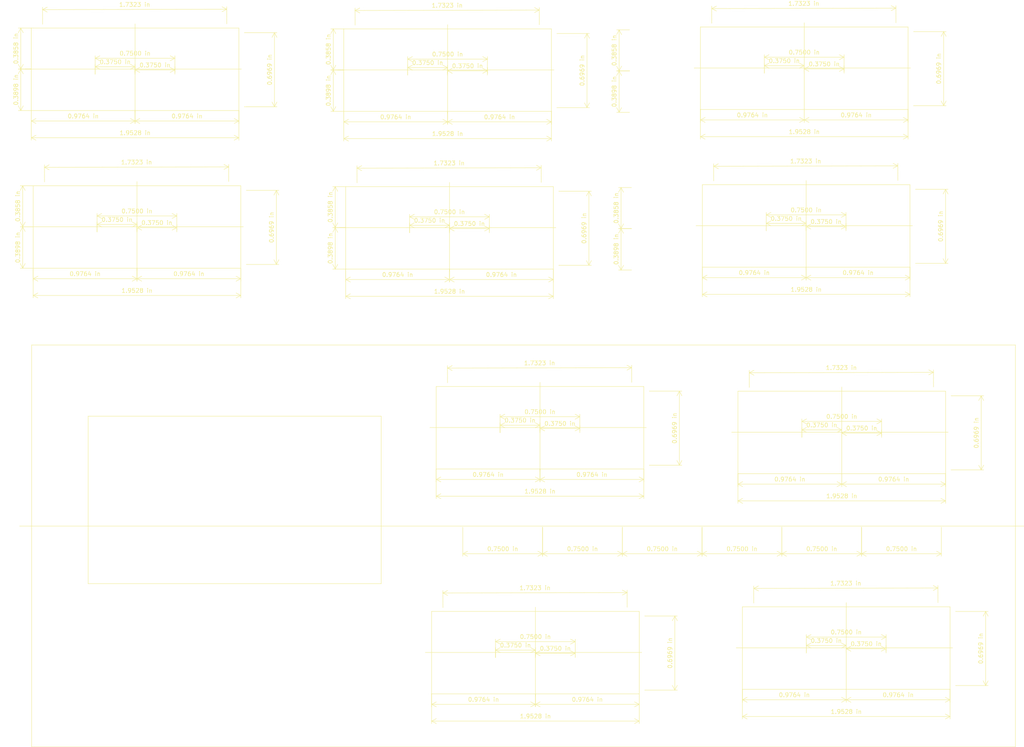
<source format=kicad_pcb>
(kicad_pcb (version 20171130) (host pcbnew "(5.1.5)-3")

  (general
    (thickness 1.6)
    (drawings 177)
    (tracks 0)
    (zones 0)
    (modules 0)
    (nets 1)
  )

  (page A)
  (layers
    (0 F.Cu signal)
    (31 B.Cu signal)
    (32 B.Adhes user)
    (33 F.Adhes user)
    (34 B.Paste user)
    (35 F.Paste user)
    (36 B.SilkS user)
    (37 F.SilkS user)
    (38 B.Mask user)
    (39 F.Mask user)
    (40 Dwgs.User user)
    (41 Cmts.User user)
    (42 Eco1.User user)
    (43 Eco2.User user)
    (44 Edge.Cuts user)
    (45 Margin user)
    (46 B.CrtYd user)
    (47 F.CrtYd user)
    (48 B.Fab user)
    (49 F.Fab user)
  )

  (setup
    (last_trace_width 0.25)
    (trace_clearance 0.2)
    (zone_clearance 0.508)
    (zone_45_only no)
    (trace_min 0.2)
    (via_size 0.8)
    (via_drill 0.4)
    (via_min_size 0.4)
    (via_min_drill 0.3)
    (uvia_size 0.3)
    (uvia_drill 0.1)
    (uvias_allowed no)
    (uvia_min_size 0.2)
    (uvia_min_drill 0.1)
    (edge_width 0.05)
    (segment_width 0.2)
    (pcb_text_width 0.3)
    (pcb_text_size 1.5 1.5)
    (mod_edge_width 0.12)
    (mod_text_size 1 1)
    (mod_text_width 0.15)
    (pad_size 1.524 1.524)
    (pad_drill 0.762)
    (pad_to_mask_clearance 0.051)
    (solder_mask_min_width 0.25)
    (aux_axis_origin 0 0)
    (visible_elements 7FFFFFFF)
    (pcbplotparams
      (layerselection 0x010fc_ffffffff)
      (usegerberextensions false)
      (usegerberattributes false)
      (usegerberadvancedattributes false)
      (creategerberjobfile false)
      (excludeedgelayer true)
      (linewidth 0.100000)
      (plotframeref false)
      (viasonmask false)
      (mode 1)
      (useauxorigin false)
      (hpglpennumber 1)
      (hpglpenspeed 20)
      (hpglpendiameter 15.000000)
      (psnegative false)
      (psa4output false)
      (plotreference true)
      (plotvalue true)
      (plotinvisibletext false)
      (padsonsilk false)
      (subtractmaskfromsilk false)
      (outputformat 1)
      (mirror false)
      (drillshape 1)
      (scaleselection 1)
      (outputdirectory ""))
  )

  (net 0 "")

  (net_class Default "This is the default net class."
    (clearance 0.2)
    (trace_width 0.25)
    (via_dia 0.8)
    (via_drill 0.4)
    (uvia_dia 0.3)
    (uvia_drill 0.1)
  )

  (dimension 9.525 (width 0.12) (layer F.SilkS) (tstamp 6106E559)
    (gr_text "0.3750 in" (at 214.7951 167.9448) (layer F.SilkS) (tstamp 6106E55A)
      (effects (font (size 1 1) (thickness 0.15)))
    )
    (feature1 (pts (xy 219.5576 170.9928) (xy 219.5576 168.628379)))
    (feature2 (pts (xy 210.0326 170.9928) (xy 210.0326 168.628379)))
    (crossbar (pts (xy 210.0326 169.2148) (xy 219.5576 169.2148)))
    (arrow1a (pts (xy 219.5576 169.2148) (xy 218.431096 169.801221)))
    (arrow1b (pts (xy 219.5576 169.2148) (xy 218.431096 168.628379)))
    (arrow2a (pts (xy 210.0326 169.2148) (xy 211.159104 169.801221)))
    (arrow2b (pts (xy 210.0326 169.2148) (xy 211.159104 168.628379)))
  )
  (dimension 24.8 (width 0.12) (layer F.SilkS) (tstamp 6106E557)
    (gr_text "24.800 mm" (at 207.1672 183.4392) (layer F.SilkS) (tstamp 6106E558)
      (effects (font (size 1 1) (thickness 0.15)))
    )
    (feature1 (pts (xy 219.5672 179.6692) (xy 219.5672 182.755621)))
    (feature2 (pts (xy 194.7672 179.6692) (xy 194.7672 182.755621)))
    (crossbar (pts (xy 194.7672 182.1692) (xy 219.5672 182.1692)))
    (arrow1a (pts (xy 219.5672 182.1692) (xy 218.440696 182.755621)))
    (arrow1b (pts (xy 219.5672 182.1692) (xy 218.440696 181.582779)))
    (arrow2a (pts (xy 194.7672 182.1692) (xy 195.893704 182.755621)))
    (arrow2b (pts (xy 194.7672 182.1692) (xy 195.893704 181.582779)))
  )
  (gr_line (start 244.3672 159.9692) (end 194.7672 159.9692) (layer F.SilkS) (width 0.12) (tstamp 6106E556))
  (gr_line (start 219.5672 158.9692) (end 219.5672 170.5692) (layer F.SilkS) (width 0.12) (tstamp 6106E555))
  (dimension 44.000114 (width 0.12) (layer F.SilkS) (tstamp 6106E553)
    (gr_text "44.000 mm" (at 219.464314 154.248312 0.1302174565) (layer F.SilkS) (tstamp 6106E554)
      (effects (font (size 1 1) (thickness 0.15)))
    )
    (feature1 (pts (xy 241.475157 158.9692) (xy 241.465868 154.88189)))
    (feature2 (pts (xy 197.475157 159.0692) (xy 197.465868 154.98189)))
    (crossbar (pts (xy 197.4672 155.568309) (xy 241.4672 155.468309)))
    (arrow1a (pts (xy 241.4672 155.468309) (xy 240.342032 156.057288)))
    (arrow1b (pts (xy 241.4672 155.468309) (xy 240.339366 154.88445)))
    (arrow2a (pts (xy 197.4672 155.568309) (xy 198.595034 156.152168)))
    (arrow2b (pts (xy 197.4672 155.568309) (xy 198.592368 154.97933)))
  )
  (gr_line (start 194.7672 179.6692) (end 244.3672 179.6692) (layer F.SilkS) (width 0.12) (tstamp 6106E552))
  (gr_line (start 244.3672 179.6692) (end 244.3672 159.9692) (layer F.SilkS) (width 0.12) (tstamp 6106E551))
  (dimension 9.525 (width 0.12) (layer F.SilkS) (tstamp 6106E54F)
    (gr_text "0.3750 in" (at 224.3201 171.2468) (layer F.SilkS) (tstamp 6106E550)
      (effects (font (size 1 1) (thickness 0.15)))
    )
    (feature1 (pts (xy 229.0826 169.2148) (xy 229.0826 170.563221)))
    (feature2 (pts (xy 219.5576 169.2148) (xy 219.5576 170.563221)))
    (crossbar (pts (xy 219.5576 169.9768) (xy 229.0826 169.9768)))
    (arrow1a (pts (xy 229.0826 169.9768) (xy 227.956096 170.563221)))
    (arrow1b (pts (xy 229.0826 169.9768) (xy 227.956096 169.390379)))
    (arrow2a (pts (xy 219.5576 169.9768) (xy 220.684104 170.563221)))
    (arrow2b (pts (xy 219.5576 169.9768) (xy 220.684104 169.390379)))
  )
  (gr_line (start 194.7672 159.9692) (end 194.7672 179.6692) (layer F.SilkS) (width 0.12) (tstamp 6106E54E))
  (gr_line (start 219.5672 170.5692) (end 219.5672 180.1692) (layer F.SilkS) (width 0.12) (tstamp 6106E54D))
  (gr_line (start 193.2672 169.7692) (end 244.9672 169.7692) (layer F.SilkS) (width 0.12) (tstamp 6106E54C))
  (dimension 19.05 (width 0.12) (layer F.SilkS) (tstamp 6106E54A)
    (gr_text "0.7500 in" (at 219.5576 165.9128) (layer F.SilkS) (tstamp 6106E54B)
      (effects (font (size 1 1) (thickness 0.15)))
    )
    (feature1 (pts (xy 229.0826 170.9928) (xy 229.0826 166.596379)))
    (feature2 (pts (xy 210.0326 170.9928) (xy 210.0326 166.596379)))
    (crossbar (pts (xy 210.0326 167.1828) (xy 229.0826 167.1828)))
    (arrow1a (pts (xy 229.0826 167.1828) (xy 227.956096 167.769221)))
    (arrow1b (pts (xy 229.0826 167.1828) (xy 227.956096 166.596379)))
    (arrow2a (pts (xy 210.0326 167.1828) (xy 211.159104 167.769221)))
    (arrow2b (pts (xy 210.0326 167.1828) (xy 211.159104 166.596379)))
  )
  (dimension 17.7 (width 0.12) (layer F.SilkS) (tstamp 6106E548)
    (gr_text "17.700 mm" (at 254.1372 169.9192 90) (layer F.SilkS) (tstamp 6106E549)
      (effects (font (size 1 1) (thickness 0.15)))
    )
    (feature1 (pts (xy 245.6672 161.0692) (xy 253.453621 161.0692)))
    (feature2 (pts (xy 245.6672 178.7692) (xy 253.453621 178.7692)))
    (crossbar (pts (xy 252.8672 178.7692) (xy 252.8672 161.0692)))
    (arrow1a (pts (xy 252.8672 161.0692) (xy 253.453621 162.195704)))
    (arrow1b (pts (xy 252.8672 161.0692) (xy 252.280779 162.195704)))
    (arrow2a (pts (xy 252.8672 178.7692) (xy 253.453621 177.642696)))
    (arrow2b (pts (xy 252.8672 178.7692) (xy 252.280779 177.642696)))
  )
  (dimension 24.8 (width 0.12) (layer F.SilkS) (tstamp 6106E546)
    (gr_text "24.800 mm" (at 231.9672 183.4392) (layer F.SilkS) (tstamp 6106E547)
      (effects (font (size 1 1) (thickness 0.15)))
    )
    (feature1 (pts (xy 244.3672 179.6692) (xy 244.3672 182.755621)))
    (feature2 (pts (xy 219.5672 179.6692) (xy 219.5672 182.755621)))
    (crossbar (pts (xy 219.5672 182.1692) (xy 244.3672 182.1692)))
    (arrow1a (pts (xy 244.3672 182.1692) (xy 243.240696 182.755621)))
    (arrow1b (pts (xy 244.3672 182.1692) (xy 243.240696 181.582779)))
    (arrow2a (pts (xy 219.5672 182.1692) (xy 220.693704 182.755621)))
    (arrow2b (pts (xy 219.5672 182.1692) (xy 220.693704 181.582779)))
  )
  (dimension 49.6 (width 0.12) (layer F.SilkS) (tstamp 6106E544)
    (gr_text "49.600 mm" (at 219.5672 187.4392) (layer F.SilkS) (tstamp 6106E545)
      (effects (font (size 1 1) (thickness 0.15)))
    )
    (feature1 (pts (xy 244.3672 179.6692) (xy 244.3672 186.755621)))
    (feature2 (pts (xy 194.7672 179.6692) (xy 194.7672 186.755621)))
    (crossbar (pts (xy 194.7672 186.1692) (xy 244.3672 186.1692)))
    (arrow1a (pts (xy 244.3672 186.1692) (xy 243.240696 186.755621)))
    (arrow1b (pts (xy 244.3672 186.1692) (xy 243.240696 185.582779)))
    (arrow2a (pts (xy 194.7672 186.1692) (xy 195.893704 186.755621)))
    (arrow2b (pts (xy 194.7672 186.1692) (xy 195.893704 185.582779)))
  )
  (gr_line (start 120.523 180.7614) (end 170.123 180.7614) (layer F.SilkS) (width 0.12) (tstamp 6106E52C))
  (dimension 24.8 (width 0.12) (layer F.SilkS) (tstamp 6106E52A)
    (gr_text "24.800 mm" (at 132.923 184.5314) (layer F.SilkS) (tstamp 6106E52B)
      (effects (font (size 1 1) (thickness 0.15)))
    )
    (feature1 (pts (xy 145.323 180.7614) (xy 145.323 183.847821)))
    (feature2 (pts (xy 120.523 180.7614) (xy 120.523 183.847821)))
    (crossbar (pts (xy 120.523 183.2614) (xy 145.323 183.2614)))
    (arrow1a (pts (xy 145.323 183.2614) (xy 144.196496 183.847821)))
    (arrow1b (pts (xy 145.323 183.2614) (xy 144.196496 182.674979)))
    (arrow2a (pts (xy 120.523 183.2614) (xy 121.649504 183.847821)))
    (arrow2b (pts (xy 120.523 183.2614) (xy 121.649504 182.674979)))
  )
  (gr_line (start 170.123 180.7614) (end 170.123 161.0614) (layer F.SilkS) (width 0.12) (tstamp 6106E529))
  (gr_line (start 120.523 161.0614) (end 120.523 180.7614) (layer F.SilkS) (width 0.12) (tstamp 6106E528))
  (gr_line (start 170.123 161.0614) (end 120.523 161.0614) (layer F.SilkS) (width 0.12) (tstamp 6106E527))
  (dimension 9.525 (width 0.12) (layer F.SilkS) (tstamp 6106E525)
    (gr_text "0.3750 in" (at 150.0759 172.339) (layer F.SilkS) (tstamp 6106E526)
      (effects (font (size 1 1) (thickness 0.15)))
    )
    (feature1 (pts (xy 154.8384 170.307) (xy 154.8384 171.655421)))
    (feature2 (pts (xy 145.3134 170.307) (xy 145.3134 171.655421)))
    (crossbar (pts (xy 145.3134 171.069) (xy 154.8384 171.069)))
    (arrow1a (pts (xy 154.8384 171.069) (xy 153.711896 171.655421)))
    (arrow1b (pts (xy 154.8384 171.069) (xy 153.711896 170.482579)))
    (arrow2a (pts (xy 145.3134 171.069) (xy 146.439904 171.655421)))
    (arrow2b (pts (xy 145.3134 171.069) (xy 146.439904 170.482579)))
  )
  (gr_line (start 145.323 160.0614) (end 145.323 171.6614) (layer F.SilkS) (width 0.12) (tstamp 6106E524))
  (gr_line (start 145.323 171.6614) (end 145.323 181.2614) (layer F.SilkS) (width 0.12) (tstamp 6106E523))
  (gr_line (start 119.023 170.8614) (end 170.723 170.8614) (layer F.SilkS) (width 0.12) (tstamp 6106E522))
  (dimension 19.05 (width 0.12) (layer F.SilkS) (tstamp 6106E520)
    (gr_text "0.7500 in" (at 145.3134 167.005) (layer F.SilkS) (tstamp 6106E521)
      (effects (font (size 1 1) (thickness 0.15)))
    )
    (feature1 (pts (xy 154.8384 172.085) (xy 154.8384 167.688579)))
    (feature2 (pts (xy 135.7884 172.085) (xy 135.7884 167.688579)))
    (crossbar (pts (xy 135.7884 168.275) (xy 154.8384 168.275)))
    (arrow1a (pts (xy 154.8384 168.275) (xy 153.711896 168.861421)))
    (arrow1b (pts (xy 154.8384 168.275) (xy 153.711896 167.688579)))
    (arrow2a (pts (xy 135.7884 168.275) (xy 136.914904 168.861421)))
    (arrow2b (pts (xy 135.7884 168.275) (xy 136.914904 167.688579)))
  )
  (dimension 17.7 (width 0.12) (layer F.SilkS) (tstamp 6106E51E)
    (gr_text "17.700 mm" (at 179.893 171.0114 90) (layer F.SilkS) (tstamp 6106E51F)
      (effects (font (size 1 1) (thickness 0.15)))
    )
    (feature1 (pts (xy 171.423 162.1614) (xy 179.209421 162.1614)))
    (feature2 (pts (xy 171.423 179.8614) (xy 179.209421 179.8614)))
    (crossbar (pts (xy 178.623 179.8614) (xy 178.623 162.1614)))
    (arrow1a (pts (xy 178.623 162.1614) (xy 179.209421 163.287904)))
    (arrow1b (pts (xy 178.623 162.1614) (xy 178.036579 163.287904)))
    (arrow2a (pts (xy 178.623 179.8614) (xy 179.209421 178.734896)))
    (arrow2b (pts (xy 178.623 179.8614) (xy 178.036579 178.734896)))
  )
  (dimension 9.525 (width 0.12) (layer F.SilkS) (tstamp 6106E51C)
    (gr_text "0.3750 in" (at 140.5509 169.037) (layer F.SilkS) (tstamp 6106E51D)
      (effects (font (size 1 1) (thickness 0.15)))
    )
    (feature1 (pts (xy 145.3134 172.085) (xy 145.3134 169.720579)))
    (feature2 (pts (xy 135.7884 172.085) (xy 135.7884 169.720579)))
    (crossbar (pts (xy 135.7884 170.307) (xy 145.3134 170.307)))
    (arrow1a (pts (xy 145.3134 170.307) (xy 144.186896 170.893421)))
    (arrow1b (pts (xy 145.3134 170.307) (xy 144.186896 169.720579)))
    (arrow2a (pts (xy 135.7884 170.307) (xy 136.914904 170.893421)))
    (arrow2b (pts (xy 135.7884 170.307) (xy 136.914904 169.720579)))
  )
  (dimension 24.8 (width 0.12) (layer F.SilkS) (tstamp 6106E51A)
    (gr_text "24.800 mm" (at 157.723 184.5314) (layer F.SilkS) (tstamp 6106E51B)
      (effects (font (size 1 1) (thickness 0.15)))
    )
    (feature1 (pts (xy 170.123 180.7614) (xy 170.123 183.847821)))
    (feature2 (pts (xy 145.323 180.7614) (xy 145.323 183.847821)))
    (crossbar (pts (xy 145.323 183.2614) (xy 170.123 183.2614)))
    (arrow1a (pts (xy 170.123 183.2614) (xy 168.996496 183.847821)))
    (arrow1b (pts (xy 170.123 183.2614) (xy 168.996496 182.674979)))
    (arrow2a (pts (xy 145.323 183.2614) (xy 146.449504 183.847821)))
    (arrow2b (pts (xy 145.323 183.2614) (xy 146.449504 182.674979)))
  )
  (dimension 44.000114 (width 0.12) (layer F.SilkS) (tstamp 6106E518)
    (gr_text "44.000 mm" (at 145.220114 155.340512 0.1302174565) (layer F.SilkS) (tstamp 6106E519)
      (effects (font (size 1 1) (thickness 0.15)))
    )
    (feature1 (pts (xy 167.230957 160.0614) (xy 167.221668 155.97409)))
    (feature2 (pts (xy 123.230957 160.1614) (xy 123.221668 156.07409)))
    (crossbar (pts (xy 123.223 156.660509) (xy 167.223 156.560509)))
    (arrow1a (pts (xy 167.223 156.560509) (xy 166.097832 157.149488)))
    (arrow1b (pts (xy 167.223 156.560509) (xy 166.095166 155.97665)))
    (arrow2a (pts (xy 123.223 156.660509) (xy 124.350834 157.244368)))
    (arrow2b (pts (xy 123.223 156.660509) (xy 124.348168 156.07153)))
  )
  (dimension 49.6 (width 0.12) (layer F.SilkS) (tstamp 6106E516)
    (gr_text "49.600 mm" (at 145.323 188.5314) (layer F.SilkS) (tstamp 6106E517)
      (effects (font (size 1 1) (thickness 0.15)))
    )
    (feature1 (pts (xy 170.123 180.7614) (xy 170.123 187.847821)))
    (feature2 (pts (xy 120.523 180.7614) (xy 120.523 187.847821)))
    (crossbar (pts (xy 120.523 187.2614) (xy 170.123 187.2614)))
    (arrow1a (pts (xy 170.123 187.2614) (xy 168.996496 187.847821)))
    (arrow1b (pts (xy 170.123 187.2614) (xy 168.996496 186.674979)))
    (arrow2a (pts (xy 120.523 187.2614) (xy 121.649504 187.847821)))
    (arrow2b (pts (xy 120.523 187.2614) (xy 121.649504 186.674979)))
  )
  (gr_line (start 193.7004 128.158) (end 243.3004 128.158) (layer F.SilkS) (width 0.12) (tstamp 6106E4FE))
  (dimension 24.8 (width 0.12) (layer F.SilkS) (tstamp 6106E4FC)
    (gr_text "24.800 mm" (at 206.1004 131.928) (layer F.SilkS) (tstamp 6106E4FD)
      (effects (font (size 1 1) (thickness 0.15)))
    )
    (feature1 (pts (xy 218.5004 128.158) (xy 218.5004 131.244421)))
    (feature2 (pts (xy 193.7004 128.158) (xy 193.7004 131.244421)))
    (crossbar (pts (xy 193.7004 130.658) (xy 218.5004 130.658)))
    (arrow1a (pts (xy 218.5004 130.658) (xy 217.373896 131.244421)))
    (arrow1b (pts (xy 218.5004 130.658) (xy 217.373896 130.071579)))
    (arrow2a (pts (xy 193.7004 130.658) (xy 194.826904 131.244421)))
    (arrow2b (pts (xy 193.7004 130.658) (xy 194.826904 130.071579)))
  )
  (gr_line (start 243.3004 128.158) (end 243.3004 108.458) (layer F.SilkS) (width 0.12) (tstamp 6106E4FB))
  (gr_line (start 193.7004 108.458) (end 193.7004 128.158) (layer F.SilkS) (width 0.12) (tstamp 6106E4FA))
  (gr_line (start 243.3004 108.458) (end 193.7004 108.458) (layer F.SilkS) (width 0.12) (tstamp 6106E4F9))
  (dimension 9.525 (width 0.12) (layer F.SilkS) (tstamp 6106E4F7)
    (gr_text "0.3750 in" (at 223.2533 119.7356) (layer F.SilkS) (tstamp 6106E4F8)
      (effects (font (size 1 1) (thickness 0.15)))
    )
    (feature1 (pts (xy 228.0158 117.7036) (xy 228.0158 119.052021)))
    (feature2 (pts (xy 218.4908 117.7036) (xy 218.4908 119.052021)))
    (crossbar (pts (xy 218.4908 118.4656) (xy 228.0158 118.4656)))
    (arrow1a (pts (xy 228.0158 118.4656) (xy 226.889296 119.052021)))
    (arrow1b (pts (xy 228.0158 118.4656) (xy 226.889296 117.879179)))
    (arrow2a (pts (xy 218.4908 118.4656) (xy 219.617304 119.052021)))
    (arrow2b (pts (xy 218.4908 118.4656) (xy 219.617304 117.879179)))
  )
  (gr_line (start 218.5004 107.458) (end 218.5004 119.058) (layer F.SilkS) (width 0.12) (tstamp 6106E4F6))
  (gr_line (start 218.5004 119.058) (end 218.5004 128.658) (layer F.SilkS) (width 0.12) (tstamp 6106E4F5))
  (gr_line (start 192.2004 118.258) (end 243.9004 118.258) (layer F.SilkS) (width 0.12) (tstamp 6106E4F4))
  (dimension 19.05 (width 0.12) (layer F.SilkS) (tstamp 6106E4F2)
    (gr_text "0.7500 in" (at 218.4908 114.4016) (layer F.SilkS) (tstamp 6106E4F3)
      (effects (font (size 1 1) (thickness 0.15)))
    )
    (feature1 (pts (xy 228.0158 119.4816) (xy 228.0158 115.085179)))
    (feature2 (pts (xy 208.9658 119.4816) (xy 208.9658 115.085179)))
    (crossbar (pts (xy 208.9658 115.6716) (xy 228.0158 115.6716)))
    (arrow1a (pts (xy 228.0158 115.6716) (xy 226.889296 116.258021)))
    (arrow1b (pts (xy 228.0158 115.6716) (xy 226.889296 115.085179)))
    (arrow2a (pts (xy 208.9658 115.6716) (xy 210.092304 116.258021)))
    (arrow2b (pts (xy 208.9658 115.6716) (xy 210.092304 115.085179)))
  )
  (dimension 17.7 (width 0.12) (layer F.SilkS) (tstamp 6106E4F0)
    (gr_text "17.700 mm" (at 253.0704 118.408 90) (layer F.SilkS) (tstamp 6106E4F1)
      (effects (font (size 1 1) (thickness 0.15)))
    )
    (feature1 (pts (xy 244.6004 109.558) (xy 252.386821 109.558)))
    (feature2 (pts (xy 244.6004 127.258) (xy 252.386821 127.258)))
    (crossbar (pts (xy 251.8004 127.258) (xy 251.8004 109.558)))
    (arrow1a (pts (xy 251.8004 109.558) (xy 252.386821 110.684504)))
    (arrow1b (pts (xy 251.8004 109.558) (xy 251.213979 110.684504)))
    (arrow2a (pts (xy 251.8004 127.258) (xy 252.386821 126.131496)))
    (arrow2b (pts (xy 251.8004 127.258) (xy 251.213979 126.131496)))
  )
  (dimension 9.525 (width 0.12) (layer F.SilkS) (tstamp 6106E4EE)
    (gr_text "0.3750 in" (at 213.7283 116.4336) (layer F.SilkS) (tstamp 6106E4EF)
      (effects (font (size 1 1) (thickness 0.15)))
    )
    (feature1 (pts (xy 218.4908 119.4816) (xy 218.4908 117.117179)))
    (feature2 (pts (xy 208.9658 119.4816) (xy 208.9658 117.117179)))
    (crossbar (pts (xy 208.9658 117.7036) (xy 218.4908 117.7036)))
    (arrow1a (pts (xy 218.4908 117.7036) (xy 217.364296 118.290021)))
    (arrow1b (pts (xy 218.4908 117.7036) (xy 217.364296 117.117179)))
    (arrow2a (pts (xy 208.9658 117.7036) (xy 210.092304 118.290021)))
    (arrow2b (pts (xy 208.9658 117.7036) (xy 210.092304 117.117179)))
  )
  (dimension 24.8 (width 0.12) (layer F.SilkS) (tstamp 6106E4EC)
    (gr_text "24.800 mm" (at 230.9004 131.928) (layer F.SilkS) (tstamp 6106E4ED)
      (effects (font (size 1 1) (thickness 0.15)))
    )
    (feature1 (pts (xy 243.3004 128.158) (xy 243.3004 131.244421)))
    (feature2 (pts (xy 218.5004 128.158) (xy 218.5004 131.244421)))
    (crossbar (pts (xy 218.5004 130.658) (xy 243.3004 130.658)))
    (arrow1a (pts (xy 243.3004 130.658) (xy 242.173896 131.244421)))
    (arrow1b (pts (xy 243.3004 130.658) (xy 242.173896 130.071579)))
    (arrow2a (pts (xy 218.5004 130.658) (xy 219.626904 131.244421)))
    (arrow2b (pts (xy 218.5004 130.658) (xy 219.626904 130.071579)))
  )
  (dimension 44.000114 (width 0.12) (layer F.SilkS) (tstamp 6106E4EA)
    (gr_text "44.000 mm" (at 218.397514 102.737112 0.1302174565) (layer F.SilkS) (tstamp 6106E4EB)
      (effects (font (size 1 1) (thickness 0.15)))
    )
    (feature1 (pts (xy 240.408357 107.458) (xy 240.399068 103.37069)))
    (feature2 (pts (xy 196.408357 107.558) (xy 196.399068 103.47069)))
    (crossbar (pts (xy 196.4004 104.057109) (xy 240.4004 103.957109)))
    (arrow1a (pts (xy 240.4004 103.957109) (xy 239.275232 104.546088)))
    (arrow1b (pts (xy 240.4004 103.957109) (xy 239.272566 103.37325)))
    (arrow2a (pts (xy 196.4004 104.057109) (xy 197.528234 104.640968)))
    (arrow2b (pts (xy 196.4004 104.057109) (xy 197.525568 103.46813)))
  )
  (dimension 49.6 (width 0.12) (layer F.SilkS) (tstamp 6106E4E8)
    (gr_text "49.600 mm" (at 218.5004 135.928) (layer F.SilkS) (tstamp 6106E4E9)
      (effects (font (size 1 1) (thickness 0.15)))
    )
    (feature1 (pts (xy 243.3004 128.158) (xy 243.3004 135.244421)))
    (feature2 (pts (xy 193.7004 128.158) (xy 193.7004 135.244421)))
    (crossbar (pts (xy 193.7004 134.658) (xy 243.3004 134.658)))
    (arrow1a (pts (xy 243.3004 134.658) (xy 242.173896 135.244421)))
    (arrow1b (pts (xy 243.3004 134.658) (xy 242.173896 134.071579)))
    (arrow2a (pts (xy 193.7004 134.658) (xy 194.826904 135.244421)))
    (arrow2b (pts (xy 193.7004 134.658) (xy 194.826904 134.071579)))
  )
  (gr_line (start 121.6152 127.0404) (end 171.2152 127.0404) (layer F.SilkS) (width 0.12) (tstamp 6106E4D0))
  (dimension 24.8 (width 0.12) (layer F.SilkS) (tstamp 6106E4CE)
    (gr_text "24.800 mm" (at 134.0152 130.8104) (layer F.SilkS) (tstamp 6106E4CF)
      (effects (font (size 1 1) (thickness 0.15)))
    )
    (feature1 (pts (xy 146.4152 127.0404) (xy 146.4152 130.126821)))
    (feature2 (pts (xy 121.6152 127.0404) (xy 121.6152 130.126821)))
    (crossbar (pts (xy 121.6152 129.5404) (xy 146.4152 129.5404)))
    (arrow1a (pts (xy 146.4152 129.5404) (xy 145.288696 130.126821)))
    (arrow1b (pts (xy 146.4152 129.5404) (xy 145.288696 128.953979)))
    (arrow2a (pts (xy 121.6152 129.5404) (xy 122.741704 130.126821)))
    (arrow2b (pts (xy 121.6152 129.5404) (xy 122.741704 128.953979)))
  )
  (gr_line (start 171.2152 127.0404) (end 171.2152 107.3404) (layer F.SilkS) (width 0.12) (tstamp 6106E4CD))
  (gr_line (start 121.6152 107.3404) (end 121.6152 127.0404) (layer F.SilkS) (width 0.12) (tstamp 6106E4CC))
  (gr_line (start 171.2152 107.3404) (end 121.6152 107.3404) (layer F.SilkS) (width 0.12) (tstamp 6106E4CB))
  (dimension 9.525 (width 0.12) (layer F.SilkS) (tstamp 6106E4C9)
    (gr_text "0.3750 in" (at 151.1681 118.618) (layer F.SilkS) (tstamp 6106E4CA)
      (effects (font (size 1 1) (thickness 0.15)))
    )
    (feature1 (pts (xy 155.9306 116.586) (xy 155.9306 117.934421)))
    (feature2 (pts (xy 146.4056 116.586) (xy 146.4056 117.934421)))
    (crossbar (pts (xy 146.4056 117.348) (xy 155.9306 117.348)))
    (arrow1a (pts (xy 155.9306 117.348) (xy 154.804096 117.934421)))
    (arrow1b (pts (xy 155.9306 117.348) (xy 154.804096 116.761579)))
    (arrow2a (pts (xy 146.4056 117.348) (xy 147.532104 117.934421)))
    (arrow2b (pts (xy 146.4056 117.348) (xy 147.532104 116.761579)))
  )
  (gr_line (start 146.4152 106.3404) (end 146.4152 117.9404) (layer F.SilkS) (width 0.12) (tstamp 6106E4C8))
  (gr_line (start 146.4152 117.9404) (end 146.4152 127.5404) (layer F.SilkS) (width 0.12) (tstamp 6106E4C7))
  (gr_line (start 120.1152 117.1404) (end 171.8152 117.1404) (layer F.SilkS) (width 0.12) (tstamp 6106E4C6))
  (dimension 19.05 (width 0.12) (layer F.SilkS) (tstamp 6106E4C4)
    (gr_text "0.7500 in" (at 146.4056 113.284) (layer F.SilkS) (tstamp 6106E4C5)
      (effects (font (size 1 1) (thickness 0.15)))
    )
    (feature1 (pts (xy 155.9306 118.364) (xy 155.9306 113.967579)))
    (feature2 (pts (xy 136.8806 118.364) (xy 136.8806 113.967579)))
    (crossbar (pts (xy 136.8806 114.554) (xy 155.9306 114.554)))
    (arrow1a (pts (xy 155.9306 114.554) (xy 154.804096 115.140421)))
    (arrow1b (pts (xy 155.9306 114.554) (xy 154.804096 113.967579)))
    (arrow2a (pts (xy 136.8806 114.554) (xy 138.007104 115.140421)))
    (arrow2b (pts (xy 136.8806 114.554) (xy 138.007104 113.967579)))
  )
  (dimension 17.7 (width 0.12) (layer F.SilkS) (tstamp 6106E4C2)
    (gr_text "17.700 mm" (at 180.9852 117.2904 90) (layer F.SilkS) (tstamp 6106E4C3)
      (effects (font (size 1 1) (thickness 0.15)))
    )
    (feature1 (pts (xy 172.5152 108.4404) (xy 180.301621 108.4404)))
    (feature2 (pts (xy 172.5152 126.1404) (xy 180.301621 126.1404)))
    (crossbar (pts (xy 179.7152 126.1404) (xy 179.7152 108.4404)))
    (arrow1a (pts (xy 179.7152 108.4404) (xy 180.301621 109.566904)))
    (arrow1b (pts (xy 179.7152 108.4404) (xy 179.128779 109.566904)))
    (arrow2a (pts (xy 179.7152 126.1404) (xy 180.301621 125.013896)))
    (arrow2b (pts (xy 179.7152 126.1404) (xy 179.128779 125.013896)))
  )
  (dimension 9.525 (width 0.12) (layer F.SilkS) (tstamp 6106E4C0)
    (gr_text "0.3750 in" (at 141.6431 115.316) (layer F.SilkS) (tstamp 6106E4C1)
      (effects (font (size 1 1) (thickness 0.15)))
    )
    (feature1 (pts (xy 146.4056 118.364) (xy 146.4056 115.999579)))
    (feature2 (pts (xy 136.8806 118.364) (xy 136.8806 115.999579)))
    (crossbar (pts (xy 136.8806 116.586) (xy 146.4056 116.586)))
    (arrow1a (pts (xy 146.4056 116.586) (xy 145.279096 117.172421)))
    (arrow1b (pts (xy 146.4056 116.586) (xy 145.279096 115.999579)))
    (arrow2a (pts (xy 136.8806 116.586) (xy 138.007104 117.172421)))
    (arrow2b (pts (xy 136.8806 116.586) (xy 138.007104 115.999579)))
  )
  (dimension 24.8 (width 0.12) (layer F.SilkS) (tstamp 6106E4BE)
    (gr_text "24.800 mm" (at 158.8152 130.8104) (layer F.SilkS) (tstamp 6106E4BF)
      (effects (font (size 1 1) (thickness 0.15)))
    )
    (feature1 (pts (xy 171.2152 127.0404) (xy 171.2152 130.126821)))
    (feature2 (pts (xy 146.4152 127.0404) (xy 146.4152 130.126821)))
    (crossbar (pts (xy 146.4152 129.5404) (xy 171.2152 129.5404)))
    (arrow1a (pts (xy 171.2152 129.5404) (xy 170.088696 130.126821)))
    (arrow1b (pts (xy 171.2152 129.5404) (xy 170.088696 128.953979)))
    (arrow2a (pts (xy 146.4152 129.5404) (xy 147.541704 130.126821)))
    (arrow2b (pts (xy 146.4152 129.5404) (xy 147.541704 128.953979)))
  )
  (dimension 44.000114 (width 0.12) (layer F.SilkS) (tstamp 6106E4BC)
    (gr_text "44.000 mm" (at 146.312314 101.619512 0.1302174565) (layer F.SilkS) (tstamp 6106E4BD)
      (effects (font (size 1 1) (thickness 0.15)))
    )
    (feature1 (pts (xy 168.323157 106.3404) (xy 168.313868 102.25309)))
    (feature2 (pts (xy 124.323157 106.4404) (xy 124.313868 102.35309)))
    (crossbar (pts (xy 124.3152 102.939509) (xy 168.3152 102.839509)))
    (arrow1a (pts (xy 168.3152 102.839509) (xy 167.190032 103.428488)))
    (arrow1b (pts (xy 168.3152 102.839509) (xy 167.187366 102.25565)))
    (arrow2a (pts (xy 124.3152 102.939509) (xy 125.443034 103.523368)))
    (arrow2b (pts (xy 124.3152 102.939509) (xy 125.440368 102.35053)))
  )
  (dimension 49.6 (width 0.12) (layer F.SilkS) (tstamp 6106E4BA)
    (gr_text "49.600 mm" (at 146.4152 134.8104) (layer F.SilkS) (tstamp 6106E4BB)
      (effects (font (size 1 1) (thickness 0.15)))
    )
    (feature1 (pts (xy 171.2152 127.0404) (xy 171.2152 134.126821)))
    (feature2 (pts (xy 121.6152 127.0404) (xy 121.6152 134.126821)))
    (crossbar (pts (xy 121.6152 133.5404) (xy 171.2152 133.5404)))
    (arrow1a (pts (xy 171.2152 133.5404) (xy 170.088696 134.126821)))
    (arrow1b (pts (xy 171.2152 133.5404) (xy 170.088696 132.953979)))
    (arrow2a (pts (xy 121.6152 133.5404) (xy 122.741704 134.126821)))
    (arrow2b (pts (xy 121.6152 133.5404) (xy 122.741704 132.953979)))
  )
  (dimension 9.9 (width 0.12) (layer F.SilkS) (tstamp 6106E2E1)
    (gr_text "9.900 mm" (at 164.0478 36.8988 90) (layer F.SilkS) (tstamp 6106E2E2)
      (effects (font (size 1 1) (thickness 0.15)))
    )
    (feature1 (pts (xy 167.8178 31.9488) (xy 164.731379 31.9488)))
    (feature2 (pts (xy 167.8178 41.8488) (xy 164.731379 41.8488)))
    (crossbar (pts (xy 165.3178 41.8488) (xy 165.3178 31.9488)))
    (arrow1a (pts (xy 165.3178 31.9488) (xy 165.904221 33.075304)))
    (arrow1b (pts (xy 165.3178 31.9488) (xy 164.731379 33.075304)))
    (arrow2a (pts (xy 165.3178 41.8488) (xy 165.904221 40.722296)))
    (arrow2b (pts (xy 165.3178 41.8488) (xy 164.731379 40.722296)))
  )
  (gr_line (start 183.2342 31.263) (end 234.9342 31.263) (layer F.SilkS) (width 0.12) (tstamp 6106E2E0))
  (gr_line (start 209.5342 32.063) (end 209.5342 41.663) (layer F.SilkS) (width 0.12) (tstamp 6106E2DF))
  (dimension 9.8 (width 0.12) (layer F.SilkS) (tstamp 6106E2DD)
    (gr_text "9.800 mm" (at 164.0478 27.0488 90) (layer F.SilkS) (tstamp 6106E2DE)
      (effects (font (size 1 1) (thickness 0.15)))
    )
    (feature1 (pts (xy 167.8178 22.1488) (xy 164.731379 22.1488)))
    (feature2 (pts (xy 167.8178 31.9488) (xy 164.731379 31.9488)))
    (crossbar (pts (xy 165.3178 31.9488) (xy 165.3178 22.1488)))
    (arrow1a (pts (xy 165.3178 22.1488) (xy 165.904221 23.275304)))
    (arrow1b (pts (xy 165.3178 22.1488) (xy 164.731379 23.275304)))
    (arrow2a (pts (xy 165.3178 31.9488) (xy 165.904221 30.822296)))
    (arrow2b (pts (xy 165.3178 31.9488) (xy 164.731379 30.822296)))
  )
  (dimension 49.6 (width 0.12) (layer F.SilkS) (tstamp 6106E2DB)
    (gr_text "49.600 mm" (at 209.5342 48.933) (layer F.SilkS) (tstamp 6106E2DC)
      (effects (font (size 1 1) (thickness 0.15)))
    )
    (feature1 (pts (xy 234.3342 41.163) (xy 234.3342 48.249421)))
    (feature2 (pts (xy 184.7342 41.163) (xy 184.7342 48.249421)))
    (crossbar (pts (xy 184.7342 47.663) (xy 234.3342 47.663)))
    (arrow1a (pts (xy 234.3342 47.663) (xy 233.207696 48.249421)))
    (arrow1b (pts (xy 234.3342 47.663) (xy 233.207696 47.076579)))
    (arrow2a (pts (xy 184.7342 47.663) (xy 185.860704 48.249421)))
    (arrow2b (pts (xy 184.7342 47.663) (xy 185.860704 47.076579)))
  )
  (dimension 24.8 (width 0.12) (layer F.SilkS) (tstamp 6106E2D9)
    (gr_text "24.800 mm" (at 221.9342 44.933) (layer F.SilkS) (tstamp 6106E2DA)
      (effects (font (size 1 1) (thickness 0.15)))
    )
    (feature1 (pts (xy 234.3342 41.163) (xy 234.3342 44.249421)))
    (feature2 (pts (xy 209.5342 41.163) (xy 209.5342 44.249421)))
    (crossbar (pts (xy 209.5342 43.663) (xy 234.3342 43.663)))
    (arrow1a (pts (xy 234.3342 43.663) (xy 233.207696 44.249421)))
    (arrow1b (pts (xy 234.3342 43.663) (xy 233.207696 43.076579)))
    (arrow2a (pts (xy 209.5342 43.663) (xy 210.660704 44.249421)))
    (arrow2b (pts (xy 209.5342 43.663) (xy 210.660704 43.076579)))
  )
  (dimension 24.8 (width 0.12) (layer F.SilkS) (tstamp 6106E2D7)
    (gr_text "24.800 mm" (at 197.1342 44.933) (layer F.SilkS) (tstamp 6106E2D8)
      (effects (font (size 1 1) (thickness 0.15)))
    )
    (feature1 (pts (xy 209.5342 41.163) (xy 209.5342 44.249421)))
    (feature2 (pts (xy 184.7342 41.163) (xy 184.7342 44.249421)))
    (crossbar (pts (xy 184.7342 43.663) (xy 209.5342 43.663)))
    (arrow1a (pts (xy 209.5342 43.663) (xy 208.407696 44.249421)))
    (arrow1b (pts (xy 209.5342 43.663) (xy 208.407696 43.076579)))
    (arrow2a (pts (xy 184.7342 43.663) (xy 185.860704 44.249421)))
    (arrow2b (pts (xy 184.7342 43.663) (xy 185.860704 43.076579)))
  )
  (gr_line (start 209.5342 20.463) (end 209.5342 32.063) (layer F.SilkS) (width 0.12) (tstamp 6106E2D6))
  (gr_line (start 209.9914 69.7312) (end 209.9914 79.3312) (layer F.SilkS) (width 0.12) (tstamp 6106E2D5))
  (dimension 17.7 (width 0.12) (layer F.SilkS) (tstamp 6106E2D3)
    (gr_text "17.700 mm" (at 244.5614 69.0812 90) (layer F.SilkS) (tstamp 6106E2D4)
      (effects (font (size 1 1) (thickness 0.15)))
    )
    (feature1 (pts (xy 236.0914 60.2312) (xy 243.877821 60.2312)))
    (feature2 (pts (xy 236.0914 77.9312) (xy 243.877821 77.9312)))
    (crossbar (pts (xy 243.2914 77.9312) (xy 243.2914 60.2312)))
    (arrow1a (pts (xy 243.2914 60.2312) (xy 243.877821 61.357704)))
    (arrow1b (pts (xy 243.2914 60.2312) (xy 242.704979 61.357704)))
    (arrow2a (pts (xy 243.2914 77.9312) (xy 243.877821 76.804696)))
    (arrow2b (pts (xy 243.2914 77.9312) (xy 242.704979 76.804696)))
  )
  (dimension 24.8 (width 0.12) (layer F.SilkS) (tstamp 6106E2D1)
    (gr_text "24.800 mm" (at 222.3914 82.6012) (layer F.SilkS) (tstamp 6106E2D2)
      (effects (font (size 1 1) (thickness 0.15)))
    )
    (feature1 (pts (xy 234.7914 78.8312) (xy 234.7914 81.917621)))
    (feature2 (pts (xy 209.9914 78.8312) (xy 209.9914 81.917621)))
    (crossbar (pts (xy 209.9914 81.3312) (xy 234.7914 81.3312)))
    (arrow1a (pts (xy 234.7914 81.3312) (xy 233.664896 81.917621)))
    (arrow1b (pts (xy 234.7914 81.3312) (xy 233.664896 80.744779)))
    (arrow2a (pts (xy 209.9914 81.3312) (xy 211.117904 81.917621)))
    (arrow2b (pts (xy 209.9914 81.3312) (xy 211.117904 80.744779)))
  )
  (dimension 19.05 (width 0.12) (layer F.SilkS) (tstamp 6106E2CF)
    (gr_text "0.7500 in" (at 209.9818 65.0748) (layer F.SilkS) (tstamp 6106E2D0)
      (effects (font (size 1 1) (thickness 0.15)))
    )
    (feature1 (pts (xy 219.5068 70.1548) (xy 219.5068 65.758379)))
    (feature2 (pts (xy 200.4568 70.1548) (xy 200.4568 65.758379)))
    (crossbar (pts (xy 200.4568 66.3448) (xy 219.5068 66.3448)))
    (arrow1a (pts (xy 219.5068 66.3448) (xy 218.380296 66.931221)))
    (arrow1b (pts (xy 219.5068 66.3448) (xy 218.380296 65.758379)))
    (arrow2a (pts (xy 200.4568 66.3448) (xy 201.583304 66.931221)))
    (arrow2b (pts (xy 200.4568 66.3448) (xy 201.583304 65.758379)))
  )
  (dimension 9.9 (width 0.12) (layer F.SilkS) (tstamp 6106E2C7)
    (gr_text "9.900 mm" (at 164.505 74.567 90) (layer F.SilkS) (tstamp 6106E2C8)
      (effects (font (size 1 1) (thickness 0.15)))
    )
    (feature1 (pts (xy 168.275 69.617) (xy 165.188579 69.617)))
    (feature2 (pts (xy 168.275 79.517) (xy 165.188579 79.517)))
    (crossbar (pts (xy 165.775 79.517) (xy 165.775 69.617)))
    (arrow1a (pts (xy 165.775 69.617) (xy 166.361421 70.743504)))
    (arrow1b (pts (xy 165.775 69.617) (xy 165.188579 70.743504)))
    (arrow2a (pts (xy 165.775 79.517) (xy 166.361421 78.390496)))
    (arrow2b (pts (xy 165.775 79.517) (xy 165.188579 78.390496)))
  )
  (dimension 9.8 (width 0.12) (layer F.SilkS) (tstamp 6106E2C5)
    (gr_text "9.800 mm" (at 164.505 64.717 90) (layer F.SilkS) (tstamp 6106E2C6)
      (effects (font (size 1 1) (thickness 0.15)))
    )
    (feature1 (pts (xy 168.275 59.817) (xy 165.188579 59.817)))
    (feature2 (pts (xy 168.275 69.617) (xy 165.188579 69.617)))
    (crossbar (pts (xy 165.775 69.617) (xy 165.775 59.817)))
    (arrow1a (pts (xy 165.775 59.817) (xy 166.361421 60.943504)))
    (arrow1b (pts (xy 165.775 59.817) (xy 165.188579 60.943504)))
    (arrow2a (pts (xy 165.775 69.617) (xy 166.361421 68.490496)))
    (arrow2b (pts (xy 165.775 69.617) (xy 165.188579 68.490496)))
  )
  (dimension 49.6 (width 0.12) (layer F.SilkS) (tstamp 6106E2C3)
    (gr_text "49.600 mm" (at 209.9914 86.6012) (layer F.SilkS) (tstamp 6106E2C4)
      (effects (font (size 1 1) (thickness 0.15)))
    )
    (feature1 (pts (xy 234.7914 78.8312) (xy 234.7914 85.917621)))
    (feature2 (pts (xy 185.1914 78.8312) (xy 185.1914 85.917621)))
    (crossbar (pts (xy 185.1914 85.3312) (xy 234.7914 85.3312)))
    (arrow1a (pts (xy 234.7914 85.3312) (xy 233.664896 85.917621)))
    (arrow1b (pts (xy 234.7914 85.3312) (xy 233.664896 84.744779)))
    (arrow2a (pts (xy 185.1914 85.3312) (xy 186.317904 85.917621)))
    (arrow2b (pts (xy 185.1914 85.3312) (xy 186.317904 84.744779)))
  )
  (gr_line (start 234.7914 59.1312) (end 185.1914 59.1312) (layer F.SilkS) (width 0.12) (tstamp 6106E2C2))
  (dimension 24.8 (width 0.12) (layer F.SilkS) (tstamp 6106E2C0)
    (gr_text "24.800 mm" (at 197.5914 82.6012) (layer F.SilkS) (tstamp 6106E2C1)
      (effects (font (size 1 1) (thickness 0.15)))
    )
    (feature1 (pts (xy 209.9914 78.8312) (xy 209.9914 81.917621)))
    (feature2 (pts (xy 185.1914 78.8312) (xy 185.1914 81.917621)))
    (crossbar (pts (xy 185.1914 81.3312) (xy 209.9914 81.3312)))
    (arrow1a (pts (xy 209.9914 81.3312) (xy 208.864896 81.917621)))
    (arrow1b (pts (xy 209.9914 81.3312) (xy 208.864896 80.744779)))
    (arrow2a (pts (xy 185.1914 81.3312) (xy 186.317904 81.917621)))
    (arrow2b (pts (xy 185.1914 81.3312) (xy 186.317904 80.744779)))
  )
  (dimension 9.525 (width 0.12) (layer F.SilkS) (tstamp 6106E2BE)
    (gr_text "0.3750 in" (at 205.2193 67.1068) (layer F.SilkS) (tstamp 6106E2BF)
      (effects (font (size 1 1) (thickness 0.15)))
    )
    (feature1 (pts (xy 209.9818 70.1548) (xy 209.9818 67.790379)))
    (feature2 (pts (xy 200.4568 70.1548) (xy 200.4568 67.790379)))
    (crossbar (pts (xy 200.4568 68.3768) (xy 209.9818 68.3768)))
    (arrow1a (pts (xy 209.9818 68.3768) (xy 208.855296 68.963221)))
    (arrow1b (pts (xy 209.9818 68.3768) (xy 208.855296 67.790379)))
    (arrow2a (pts (xy 200.4568 68.3768) (xy 201.583304 68.963221)))
    (arrow2b (pts (xy 200.4568 68.3768) (xy 201.583304 67.790379)))
  )
  (gr_line (start 234.7914 78.8312) (end 234.7914 59.1312) (layer F.SilkS) (width 0.12) (tstamp 6106E2BD))
  (dimension 44.000114 (width 0.12) (layer F.SilkS) (tstamp 6106E2BB)
    (gr_text "44.000 mm" (at 209.888514 53.410312 0.1302174565) (layer F.SilkS) (tstamp 6106E2BC)
      (effects (font (size 1 1) (thickness 0.15)))
    )
    (feature1 (pts (xy 231.899357 58.1312) (xy 231.890068 54.04389)))
    (feature2 (pts (xy 187.899357 58.2312) (xy 187.890068 54.14389)))
    (crossbar (pts (xy 187.8914 54.730309) (xy 231.8914 54.630309)))
    (arrow1a (pts (xy 231.8914 54.630309) (xy 230.766232 55.219288)))
    (arrow1b (pts (xy 231.8914 54.630309) (xy 230.763566 54.04645)))
    (arrow2a (pts (xy 187.8914 54.730309) (xy 189.019234 55.314168)))
    (arrow2b (pts (xy 187.8914 54.730309) (xy 189.016568 54.14133)))
  )
  (gr_line (start 185.1914 78.8312) (end 234.7914 78.8312) (layer F.SilkS) (width 0.12) (tstamp 6106E2BA))
  (dimension 9.525 (width 0.12) (layer F.SilkS) (tstamp 6106E2B8)
    (gr_text "0.3750 in" (at 214.7443 70.4088) (layer F.SilkS) (tstamp 6106E2B9)
      (effects (font (size 1 1) (thickness 0.15)))
    )
    (feature1 (pts (xy 219.5068 68.3768) (xy 219.5068 69.725221)))
    (feature2 (pts (xy 209.9818 68.3768) (xy 209.9818 69.725221)))
    (crossbar (pts (xy 209.9818 69.1388) (xy 219.5068 69.1388)))
    (arrow1a (pts (xy 219.5068 69.1388) (xy 218.380296 69.725221)))
    (arrow1b (pts (xy 219.5068 69.1388) (xy 218.380296 68.552379)))
    (arrow2a (pts (xy 209.9818 69.1388) (xy 211.108304 69.725221)))
    (arrow2b (pts (xy 209.9818 69.1388) (xy 211.108304 68.552379)))
  )
  (gr_line (start 185.1914 59.1312) (end 185.1914 78.8312) (layer F.SilkS) (width 0.12) (tstamp 6106E2B7))
  (gr_line (start 209.9914 58.1312) (end 209.9914 69.7312) (layer F.SilkS) (width 0.12) (tstamp 6106E2B4))
  (gr_line (start 183.6914 68.9312) (end 235.3914 68.9312) (layer F.SilkS) (width 0.12) (tstamp 6106E2B3))
  (dimension 17.7 (width 0.12) (layer F.SilkS) (tstamp 6106E2B1)
    (gr_text "17.700 mm" (at 244.1042 31.413 90) (layer F.SilkS) (tstamp 6106E2B2)
      (effects (font (size 1 1) (thickness 0.15)))
    )
    (feature1 (pts (xy 235.6342 22.563) (xy 243.420621 22.563)))
    (feature2 (pts (xy 235.6342 40.263) (xy 243.420621 40.263)))
    (crossbar (pts (xy 242.8342 40.263) (xy 242.8342 22.563)))
    (arrow1a (pts (xy 242.8342 22.563) (xy 243.420621 23.689504)))
    (arrow1b (pts (xy 242.8342 22.563) (xy 242.247779 23.689504)))
    (arrow2a (pts (xy 242.8342 40.263) (xy 243.420621 39.136496)))
    (arrow2b (pts (xy 242.8342 40.263) (xy 242.247779 39.136496)))
  )
  (gr_line (start 184.7342 21.463) (end 184.7342 41.163) (layer F.SilkS) (width 0.12) (tstamp 6106E2B0))
  (gr_line (start 234.3342 41.163) (end 234.3342 21.463) (layer F.SilkS) (width 0.12) (tstamp 6106E2AF))
  (dimension 44.000114 (width 0.12) (layer F.SilkS) (tstamp 6106E2AD)
    (gr_text "44.000 mm" (at 209.431314 15.742112 0.1302174565) (layer F.SilkS) (tstamp 6106E2AE)
      (effects (font (size 1 1) (thickness 0.15)))
    )
    (feature1 (pts (xy 231.442157 20.463) (xy 231.432868 16.37569)))
    (feature2 (pts (xy 187.442157 20.563) (xy 187.432868 16.47569)))
    (crossbar (pts (xy 187.4342 17.062109) (xy 231.4342 16.962109)))
    (arrow1a (pts (xy 231.4342 16.962109) (xy 230.309032 17.551088)))
    (arrow1b (pts (xy 231.4342 16.962109) (xy 230.306366 16.37825)))
    (arrow2a (pts (xy 187.4342 17.062109) (xy 188.562034 17.645968)))
    (arrow2b (pts (xy 187.4342 17.062109) (xy 188.559368 16.47313)))
  )
  (gr_line (start 234.3342 21.463) (end 184.7342 21.463) (layer F.SilkS) (width 0.12) (tstamp 6106E2AC))
  (gr_line (start 184.7342 41.163) (end 234.3342 41.163) (layer F.SilkS) (width 0.12) (tstamp 6106E2AB))
  (dimension 19.05 (width 0.12) (layer F.SilkS) (tstamp 6106E2A9)
    (gr_text "0.7500 in" (at 209.5246 27.4066) (layer F.SilkS) (tstamp 6106E2AA)
      (effects (font (size 1 1) (thickness 0.15)))
    )
    (feature1 (pts (xy 219.0496 32.4866) (xy 219.0496 28.090179)))
    (feature2 (pts (xy 199.9996 32.4866) (xy 199.9996 28.090179)))
    (crossbar (pts (xy 199.9996 28.6766) (xy 219.0496 28.6766)))
    (arrow1a (pts (xy 219.0496 28.6766) (xy 217.923096 29.263021)))
    (arrow1b (pts (xy 219.0496 28.6766) (xy 217.923096 28.090179)))
    (arrow2a (pts (xy 199.9996 28.6766) (xy 201.126104 29.263021)))
    (arrow2b (pts (xy 199.9996 28.6766) (xy 201.126104 28.090179)))
  )
  (dimension 9.525 (width 0.12) (layer F.SilkS) (tstamp 6106E2A7)
    (gr_text "0.3750 in" (at 214.2871 32.7406) (layer F.SilkS) (tstamp 6106E2A8)
      (effects (font (size 1 1) (thickness 0.15)))
    )
    (feature1 (pts (xy 219.0496 30.7086) (xy 219.0496 32.057021)))
    (feature2 (pts (xy 209.5246 30.7086) (xy 209.5246 32.057021)))
    (crossbar (pts (xy 209.5246 31.4706) (xy 219.0496 31.4706)))
    (arrow1a (pts (xy 219.0496 31.4706) (xy 217.923096 32.057021)))
    (arrow1b (pts (xy 219.0496 31.4706) (xy 217.923096 30.884179)))
    (arrow2a (pts (xy 209.5246 31.4706) (xy 210.651104 32.057021)))
    (arrow2b (pts (xy 209.5246 31.4706) (xy 210.651104 30.884179)))
  )
  (dimension 9.525 (width 0.12) (layer F.SilkS) (tstamp 6106E277)
    (gr_text "0.3750 in" (at 204.7621 29.4386) (layer F.SilkS) (tstamp 6106E278)
      (effects (font (size 1 1) (thickness 0.15)))
    )
    (feature1 (pts (xy 209.5246 32.4866) (xy 209.5246 30.122179)))
    (feature2 (pts (xy 199.9996 32.4866) (xy 199.9996 30.122179)))
    (crossbar (pts (xy 199.9996 30.7086) (xy 209.5246 30.7086)))
    (arrow1a (pts (xy 209.5246 30.7086) (xy 208.398096 31.295021)))
    (arrow1b (pts (xy 209.5246 30.7086) (xy 208.398096 30.122179)))
    (arrow2a (pts (xy 199.9996 30.7086) (xy 201.126104 31.295021)))
    (arrow2b (pts (xy 199.9996 30.7086) (xy 201.126104 30.122179)))
  )
  (dimension 9.9 (width 0.12) (layer F.SilkS) (tstamp 6106E23F)
    (gr_text "9.900 mm" (at 95.7726 36.6702 90) (layer F.SilkS) (tstamp 6106E240)
      (effects (font (size 1 1) (thickness 0.15)))
    )
    (feature1 (pts (xy 99.5426 31.7202) (xy 96.456179 31.7202)))
    (feature2 (pts (xy 99.5426 41.6202) (xy 96.456179 41.6202)))
    (crossbar (pts (xy 97.0426 41.6202) (xy 97.0426 31.7202)))
    (arrow1a (pts (xy 97.0426 31.7202) (xy 97.629021 32.846704)))
    (arrow1b (pts (xy 97.0426 31.7202) (xy 96.456179 32.846704)))
    (arrow2a (pts (xy 97.0426 41.6202) (xy 97.629021 40.493696)))
    (arrow2b (pts (xy 97.0426 41.6202) (xy 96.456179 40.493696)))
  )
  (gr_line (start 98.0426 31.7202) (end 149.7426 31.7202) (layer F.SilkS) (width 0.12) (tstamp 6106E23E))
  (gr_line (start 124.3426 32.5202) (end 124.3426 42.1202) (layer F.SilkS) (width 0.12) (tstamp 6106E23D))
  (dimension 9.8 (width 0.12) (layer F.SilkS) (tstamp 6106E23B)
    (gr_text "9.800 mm" (at 95.7726 26.8202 90) (layer F.SilkS) (tstamp 6106E23C)
      (effects (font (size 1 1) (thickness 0.15)))
    )
    (feature1 (pts (xy 99.5426 21.9202) (xy 96.456179 21.9202)))
    (feature2 (pts (xy 99.5426 31.7202) (xy 96.456179 31.7202)))
    (crossbar (pts (xy 97.0426 31.7202) (xy 97.0426 21.9202)))
    (arrow1a (pts (xy 97.0426 21.9202) (xy 97.629021 23.046704)))
    (arrow1b (pts (xy 97.0426 21.9202) (xy 96.456179 23.046704)))
    (arrow2a (pts (xy 97.0426 31.7202) (xy 97.629021 30.593696)))
    (arrow2b (pts (xy 97.0426 31.7202) (xy 96.456179 30.593696)))
  )
  (dimension 49.6 (width 0.12) (layer F.SilkS) (tstamp 6106E239)
    (gr_text "49.600 mm" (at 124.3426 49.3902) (layer F.SilkS) (tstamp 6106E23A)
      (effects (font (size 1 1) (thickness 0.15)))
    )
    (feature1 (pts (xy 149.1426 41.6202) (xy 149.1426 48.706621)))
    (feature2 (pts (xy 99.5426 41.6202) (xy 99.5426 48.706621)))
    (crossbar (pts (xy 99.5426 48.1202) (xy 149.1426 48.1202)))
    (arrow1a (pts (xy 149.1426 48.1202) (xy 148.016096 48.706621)))
    (arrow1b (pts (xy 149.1426 48.1202) (xy 148.016096 47.533779)))
    (arrow2a (pts (xy 99.5426 48.1202) (xy 100.669104 48.706621)))
    (arrow2b (pts (xy 99.5426 48.1202) (xy 100.669104 47.533779)))
  )
  (dimension 24.8 (width 0.12) (layer F.SilkS) (tstamp 6106E237)
    (gr_text "24.800 mm" (at 136.7426 45.3902) (layer F.SilkS) (tstamp 6106E238)
      (effects (font (size 1 1) (thickness 0.15)))
    )
    (feature1 (pts (xy 149.1426 41.6202) (xy 149.1426 44.706621)))
    (feature2 (pts (xy 124.3426 41.6202) (xy 124.3426 44.706621)))
    (crossbar (pts (xy 124.3426 44.1202) (xy 149.1426 44.1202)))
    (arrow1a (pts (xy 149.1426 44.1202) (xy 148.016096 44.706621)))
    (arrow1b (pts (xy 149.1426 44.1202) (xy 148.016096 43.533779)))
    (arrow2a (pts (xy 124.3426 44.1202) (xy 125.469104 44.706621)))
    (arrow2b (pts (xy 124.3426 44.1202) (xy 125.469104 43.533779)))
  )
  (dimension 24.8 (width 0.12) (layer F.SilkS) (tstamp 6106E235)
    (gr_text "24.800 mm" (at 111.9426 45.3902) (layer F.SilkS) (tstamp 6106E236)
      (effects (font (size 1 1) (thickness 0.15)))
    )
    (feature1 (pts (xy 124.3426 41.6202) (xy 124.3426 44.706621)))
    (feature2 (pts (xy 99.5426 41.6202) (xy 99.5426 44.706621)))
    (crossbar (pts (xy 99.5426 44.1202) (xy 124.3426 44.1202)))
    (arrow1a (pts (xy 124.3426 44.1202) (xy 123.216096 44.706621)))
    (arrow1b (pts (xy 124.3426 44.1202) (xy 123.216096 43.533779)))
    (arrow2a (pts (xy 99.5426 44.1202) (xy 100.669104 44.706621)))
    (arrow2b (pts (xy 99.5426 44.1202) (xy 100.669104 43.533779)))
  )
  (gr_line (start 124.3426 20.9202) (end 124.3426 32.5202) (layer F.SilkS) (width 0.12) (tstamp 6106E234))
  (gr_line (start 124.7998 70.1884) (end 124.7998 79.7884) (layer F.SilkS) (width 0.12) (tstamp 6106E233))
  (dimension 17.7 (width 0.12) (layer F.SilkS) (tstamp 6106E231)
    (gr_text "17.700 mm" (at 159.3698 69.5384 90) (layer F.SilkS) (tstamp 6106E232)
      (effects (font (size 1 1) (thickness 0.15)))
    )
    (feature1 (pts (xy 150.8998 60.6884) (xy 158.686221 60.6884)))
    (feature2 (pts (xy 150.8998 78.3884) (xy 158.686221 78.3884)))
    (crossbar (pts (xy 158.0998 78.3884) (xy 158.0998 60.6884)))
    (arrow1a (pts (xy 158.0998 60.6884) (xy 158.686221 61.814904)))
    (arrow1b (pts (xy 158.0998 60.6884) (xy 157.513379 61.814904)))
    (arrow2a (pts (xy 158.0998 78.3884) (xy 158.686221 77.261896)))
    (arrow2b (pts (xy 158.0998 78.3884) (xy 157.513379 77.261896)))
  )
  (dimension 24.8 (width 0.12) (layer F.SilkS) (tstamp 6106E22F)
    (gr_text "24.800 mm" (at 137.1998 83.0584) (layer F.SilkS) (tstamp 6106E230)
      (effects (font (size 1 1) (thickness 0.15)))
    )
    (feature1 (pts (xy 149.5998 79.2884) (xy 149.5998 82.374821)))
    (feature2 (pts (xy 124.7998 79.2884) (xy 124.7998 82.374821)))
    (crossbar (pts (xy 124.7998 81.7884) (xy 149.5998 81.7884)))
    (arrow1a (pts (xy 149.5998 81.7884) (xy 148.473296 82.374821)))
    (arrow1b (pts (xy 149.5998 81.7884) (xy 148.473296 81.201979)))
    (arrow2a (pts (xy 124.7998 81.7884) (xy 125.926304 82.374821)))
    (arrow2b (pts (xy 124.7998 81.7884) (xy 125.926304 81.201979)))
  )
  (dimension 19.05 (width 0.12) (layer F.SilkS) (tstamp 6106E22D)
    (gr_text "0.7500 in" (at 124.7902 65.532) (layer F.SilkS) (tstamp 6106E22E)
      (effects (font (size 1 1) (thickness 0.15)))
    )
    (feature1 (pts (xy 134.3152 70.612) (xy 134.3152 66.215579)))
    (feature2 (pts (xy 115.2652 70.612) (xy 115.2652 66.215579)))
    (crossbar (pts (xy 115.2652 66.802) (xy 134.3152 66.802)))
    (arrow1a (pts (xy 134.3152 66.802) (xy 133.188696 67.388421)))
    (arrow1b (pts (xy 134.3152 66.802) (xy 133.188696 66.215579)))
    (arrow2a (pts (xy 115.2652 66.802) (xy 116.391704 67.388421)))
    (arrow2b (pts (xy 115.2652 66.802) (xy 116.391704 66.215579)))
  )
  (dimension 9.9 (width 0.12) (layer F.SilkS) (tstamp 6106E22B)
    (gr_text "9.900 mm" (at 96.2298 74.3384 90) (layer F.SilkS) (tstamp 6106E22C)
      (effects (font (size 1 1) (thickness 0.15)))
    )
    (feature1 (pts (xy 99.9998 69.3884) (xy 96.913379 69.3884)))
    (feature2 (pts (xy 99.9998 79.2884) (xy 96.913379 79.2884)))
    (crossbar (pts (xy 97.4998 79.2884) (xy 97.4998 69.3884)))
    (arrow1a (pts (xy 97.4998 69.3884) (xy 98.086221 70.514904)))
    (arrow1b (pts (xy 97.4998 69.3884) (xy 96.913379 70.514904)))
    (arrow2a (pts (xy 97.4998 79.2884) (xy 98.086221 78.161896)))
    (arrow2b (pts (xy 97.4998 79.2884) (xy 96.913379 78.161896)))
  )
  (dimension 9.8 (width 0.12) (layer F.SilkS) (tstamp 6106E229)
    (gr_text "9.800 mm" (at 96.2298 64.4884 90) (layer F.SilkS) (tstamp 6106E22A)
      (effects (font (size 1 1) (thickness 0.15)))
    )
    (feature1 (pts (xy 99.9998 59.5884) (xy 96.913379 59.5884)))
    (feature2 (pts (xy 99.9998 69.3884) (xy 96.913379 69.3884)))
    (crossbar (pts (xy 97.4998 69.3884) (xy 97.4998 59.5884)))
    (arrow1a (pts (xy 97.4998 59.5884) (xy 98.086221 60.714904)))
    (arrow1b (pts (xy 97.4998 59.5884) (xy 96.913379 60.714904)))
    (arrow2a (pts (xy 97.4998 69.3884) (xy 98.086221 68.261896)))
    (arrow2b (pts (xy 97.4998 69.3884) (xy 96.913379 68.261896)))
  )
  (dimension 49.6 (width 0.12) (layer F.SilkS) (tstamp 6106E227)
    (gr_text "49.600 mm" (at 124.7998 87.0584) (layer F.SilkS) (tstamp 6106E228)
      (effects (font (size 1 1) (thickness 0.15)))
    )
    (feature1 (pts (xy 149.5998 79.2884) (xy 149.5998 86.374821)))
    (feature2 (pts (xy 99.9998 79.2884) (xy 99.9998 86.374821)))
    (crossbar (pts (xy 99.9998 85.7884) (xy 149.5998 85.7884)))
    (arrow1a (pts (xy 149.5998 85.7884) (xy 148.473296 86.374821)))
    (arrow1b (pts (xy 149.5998 85.7884) (xy 148.473296 85.201979)))
    (arrow2a (pts (xy 99.9998 85.7884) (xy 101.126304 86.374821)))
    (arrow2b (pts (xy 99.9998 85.7884) (xy 101.126304 85.201979)))
  )
  (gr_line (start 149.5998 59.5884) (end 99.9998 59.5884) (layer F.SilkS) (width 0.12) (tstamp 6106E226))
  (dimension 24.8 (width 0.12) (layer F.SilkS) (tstamp 6106E224)
    (gr_text "24.800 mm" (at 112.3998 83.0584) (layer F.SilkS) (tstamp 6106E225)
      (effects (font (size 1 1) (thickness 0.15)))
    )
    (feature1 (pts (xy 124.7998 79.2884) (xy 124.7998 82.374821)))
    (feature2 (pts (xy 99.9998 79.2884) (xy 99.9998 82.374821)))
    (crossbar (pts (xy 99.9998 81.7884) (xy 124.7998 81.7884)))
    (arrow1a (pts (xy 124.7998 81.7884) (xy 123.673296 82.374821)))
    (arrow1b (pts (xy 124.7998 81.7884) (xy 123.673296 81.201979)))
    (arrow2a (pts (xy 99.9998 81.7884) (xy 101.126304 82.374821)))
    (arrow2b (pts (xy 99.9998 81.7884) (xy 101.126304 81.201979)))
  )
  (dimension 9.525 (width 0.12) (layer F.SilkS) (tstamp 6106E222)
    (gr_text "0.3750 in" (at 120.0277 67.564) (layer F.SilkS) (tstamp 6106E223)
      (effects (font (size 1 1) (thickness 0.15)))
    )
    (feature1 (pts (xy 124.7902 70.612) (xy 124.7902 68.247579)))
    (feature2 (pts (xy 115.2652 70.612) (xy 115.2652 68.247579)))
    (crossbar (pts (xy 115.2652 68.834) (xy 124.7902 68.834)))
    (arrow1a (pts (xy 124.7902 68.834) (xy 123.663696 69.420421)))
    (arrow1b (pts (xy 124.7902 68.834) (xy 123.663696 68.247579)))
    (arrow2a (pts (xy 115.2652 68.834) (xy 116.391704 69.420421)))
    (arrow2b (pts (xy 115.2652 68.834) (xy 116.391704 68.247579)))
  )
  (gr_line (start 149.5998 79.2884) (end 149.5998 59.5884) (layer F.SilkS) (width 0.12) (tstamp 6106E221))
  (dimension 44.000114 (width 0.12) (layer F.SilkS) (tstamp 6106E21F)
    (gr_text "44.000 mm" (at 124.696914 53.867512 0.1302174565) (layer F.SilkS) (tstamp 6106E220)
      (effects (font (size 1 1) (thickness 0.15)))
    )
    (feature1 (pts (xy 146.707757 58.5884) (xy 146.698468 54.50109)))
    (feature2 (pts (xy 102.707757 58.6884) (xy 102.698468 54.60109)))
    (crossbar (pts (xy 102.6998 55.187509) (xy 146.6998 55.087509)))
    (arrow1a (pts (xy 146.6998 55.087509) (xy 145.574632 55.676488)))
    (arrow1b (pts (xy 146.6998 55.087509) (xy 145.571966 54.50365)))
    (arrow2a (pts (xy 102.6998 55.187509) (xy 103.827634 55.771368)))
    (arrow2b (pts (xy 102.6998 55.187509) (xy 103.824968 54.59853)))
  )
  (gr_line (start 99.9998 79.2884) (end 149.5998 79.2884) (layer F.SilkS) (width 0.12) (tstamp 6106E21E))
  (dimension 9.525 (width 0.12) (layer F.SilkS) (tstamp 6106E21C)
    (gr_text "0.3750 in" (at 129.5527 70.866) (layer F.SilkS) (tstamp 6106E21D)
      (effects (font (size 1 1) (thickness 0.15)))
    )
    (feature1 (pts (xy 134.3152 68.834) (xy 134.3152 70.182421)))
    (feature2 (pts (xy 124.7902 68.834) (xy 124.7902 70.182421)))
    (crossbar (pts (xy 124.7902 69.596) (xy 134.3152 69.596)))
    (arrow1a (pts (xy 134.3152 69.596) (xy 133.188696 70.182421)))
    (arrow1b (pts (xy 134.3152 69.596) (xy 133.188696 69.009579)))
    (arrow2a (pts (xy 124.7902 69.596) (xy 125.916704 70.182421)))
    (arrow2b (pts (xy 124.7902 69.596) (xy 125.916704 69.009579)))
  )
  (gr_line (start 99.9998 59.5884) (end 99.9998 79.2884) (layer F.SilkS) (width 0.12) (tstamp 6106E21B))
  (gr_line (start 124.7998 58.5884) (end 124.7998 70.1884) (layer F.SilkS) (width 0.12) (tstamp 6106E21A))
  (gr_line (start 98.4998 69.3884) (end 150.1998 69.3884) (layer F.SilkS) (width 0.12) (tstamp 6106E219))
  (dimension 17.7 (width 0.12) (layer F.SilkS) (tstamp 6106E217)
    (gr_text "17.700 mm" (at 158.9126 31.8702 90) (layer F.SilkS) (tstamp 6106E218)
      (effects (font (size 1 1) (thickness 0.15)))
    )
    (feature1 (pts (xy 150.4426 23.0202) (xy 158.229021 23.0202)))
    (feature2 (pts (xy 150.4426 40.7202) (xy 158.229021 40.7202)))
    (crossbar (pts (xy 157.6426 40.7202) (xy 157.6426 23.0202)))
    (arrow1a (pts (xy 157.6426 23.0202) (xy 158.229021 24.146704)))
    (arrow1b (pts (xy 157.6426 23.0202) (xy 157.056179 24.146704)))
    (arrow2a (pts (xy 157.6426 40.7202) (xy 158.229021 39.593696)))
    (arrow2b (pts (xy 157.6426 40.7202) (xy 157.056179 39.593696)))
  )
  (gr_line (start 99.5426 21.9202) (end 99.5426 41.6202) (layer F.SilkS) (width 0.12) (tstamp 6106E216))
  (gr_line (start 149.1426 41.6202) (end 149.1426 21.9202) (layer F.SilkS) (width 0.12) (tstamp 6106E215))
  (dimension 44.000114 (width 0.12) (layer F.SilkS) (tstamp 6106E213)
    (gr_text "44.000 mm" (at 124.239714 16.199312 0.1302174565) (layer F.SilkS) (tstamp 6106E214)
      (effects (font (size 1 1) (thickness 0.15)))
    )
    (feature1 (pts (xy 146.250557 20.9202) (xy 146.241268 16.83289)))
    (feature2 (pts (xy 102.250557 21.0202) (xy 102.241268 16.93289)))
    (crossbar (pts (xy 102.2426 17.519309) (xy 146.2426 17.419309)))
    (arrow1a (pts (xy 146.2426 17.419309) (xy 145.117432 18.008288)))
    (arrow1b (pts (xy 146.2426 17.419309) (xy 145.114766 16.83545)))
    (arrow2a (pts (xy 102.2426 17.519309) (xy 103.370434 18.103168)))
    (arrow2b (pts (xy 102.2426 17.519309) (xy 103.367768 16.93033)))
  )
  (gr_line (start 149.1426 21.9202) (end 99.5426 21.9202) (layer F.SilkS) (width 0.12) (tstamp 6106E212))
  (gr_line (start 99.5426 41.6202) (end 149.1426 41.6202) (layer F.SilkS) (width 0.12) (tstamp 6106E211))
  (dimension 19.05 (width 0.12) (layer F.SilkS) (tstamp 6106E20F)
    (gr_text "0.7500 in" (at 124.333 27.8638) (layer F.SilkS) (tstamp 6106E210)
      (effects (font (size 1 1) (thickness 0.15)))
    )
    (feature1 (pts (xy 133.858 32.9438) (xy 133.858 28.547379)))
    (feature2 (pts (xy 114.808 32.9438) (xy 114.808 28.547379)))
    (crossbar (pts (xy 114.808 29.1338) (xy 133.858 29.1338)))
    (arrow1a (pts (xy 133.858 29.1338) (xy 132.731496 29.720221)))
    (arrow1b (pts (xy 133.858 29.1338) (xy 132.731496 28.547379)))
    (arrow2a (pts (xy 114.808 29.1338) (xy 115.934504 29.720221)))
    (arrow2b (pts (xy 114.808 29.1338) (xy 115.934504 28.547379)))
  )
  (dimension 9.525 (width 0.12) (layer F.SilkS) (tstamp 6106E20D)
    (gr_text "0.3750 in" (at 129.0955 33.1978) (layer F.SilkS) (tstamp 6106E20E)
      (effects (font (size 1 1) (thickness 0.15)))
    )
    (feature1 (pts (xy 133.858 31.1658) (xy 133.858 32.514221)))
    (feature2 (pts (xy 124.333 31.1658) (xy 124.333 32.514221)))
    (crossbar (pts (xy 124.333 31.9278) (xy 133.858 31.9278)))
    (arrow1a (pts (xy 133.858 31.9278) (xy 132.731496 32.514221)))
    (arrow1b (pts (xy 133.858 31.9278) (xy 132.731496 31.341379)))
    (arrow2a (pts (xy 124.333 31.9278) (xy 125.459504 32.514221)))
    (arrow2b (pts (xy 124.333 31.9278) (xy 125.459504 31.341379)))
  )
  (dimension 9.525 (width 0.12) (layer F.SilkS) (tstamp 6106E20B)
    (gr_text "0.3750 in" (at 119.5705 29.8958) (layer F.SilkS) (tstamp 6106E20C)
      (effects (font (size 1 1) (thickness 0.15)))
    )
    (feature1 (pts (xy 124.333 32.9438) (xy 124.333 30.579379)))
    (feature2 (pts (xy 114.808 32.9438) (xy 114.808 30.579379)))
    (crossbar (pts (xy 114.808 31.1658) (xy 124.333 31.1658)))
    (arrow1a (pts (xy 124.333 31.1658) (xy 123.206496 31.752221)))
    (arrow1b (pts (xy 124.333 31.1658) (xy 123.206496 30.579379)))
    (arrow2a (pts (xy 114.808 31.1658) (xy 115.934504 31.752221)))
    (arrow2b (pts (xy 114.808 31.1658) (xy 115.934504 30.579379)))
  )
  (dimension 9.9 (width 0.12) (layer F.SilkS) (tstamp 6106E1EE)
    (gr_text "9.900 mm" (at 21.5792 74.1352 90) (layer F.SilkS) (tstamp 6106E427)
      (effects (font (size 1 1) (thickness 0.15)))
    )
    (feature1 (pts (xy 25.3492 69.1852) (xy 22.262779 69.1852)))
    (feature2 (pts (xy 25.3492 79.0852) (xy 22.262779 79.0852)))
    (crossbar (pts (xy 22.8492 79.0852) (xy 22.8492 69.1852)))
    (arrow1a (pts (xy 22.8492 69.1852) (xy 23.435621 70.311704)))
    (arrow1b (pts (xy 22.8492 69.1852) (xy 22.262779 70.311704)))
    (arrow2a (pts (xy 22.8492 79.0852) (xy 23.435621 77.958696)))
    (arrow2b (pts (xy 22.8492 79.0852) (xy 22.262779 77.958696)))
  )
  (gr_line (start 23.8492 69.1852) (end 75.5492 69.1852) (layer F.SilkS) (width 0.12) (tstamp 6106E1ED))
  (gr_line (start 50.1492 69.9852) (end 50.1492 79.5852) (layer F.SilkS) (width 0.12) (tstamp 6106E1EC))
  (dimension 9.8 (width 0.12) (layer F.SilkS) (tstamp 6106E1EA)
    (gr_text "9.800 mm" (at 21.5792 64.2852 90) (layer F.SilkS) (tstamp 6106E42D)
      (effects (font (size 1 1) (thickness 0.15)))
    )
    (feature1 (pts (xy 25.3492 59.3852) (xy 22.262779 59.3852)))
    (feature2 (pts (xy 25.3492 69.1852) (xy 22.262779 69.1852)))
    (crossbar (pts (xy 22.8492 69.1852) (xy 22.8492 59.3852)))
    (arrow1a (pts (xy 22.8492 59.3852) (xy 23.435621 60.511704)))
    (arrow1b (pts (xy 22.8492 59.3852) (xy 22.262779 60.511704)))
    (arrow2a (pts (xy 22.8492 69.1852) (xy 23.435621 68.058696)))
    (arrow2b (pts (xy 22.8492 69.1852) (xy 22.262779 68.058696)))
  )
  (dimension 49.6 (width 0.12) (layer F.SilkS) (tstamp 6106E1E8)
    (gr_text "49.600 mm" (at 50.1492 86.8552) (layer F.SilkS) (tstamp 6106E433)
      (effects (font (size 1 1) (thickness 0.15)))
    )
    (feature1 (pts (xy 74.9492 79.0852) (xy 74.9492 86.171621)))
    (feature2 (pts (xy 25.3492 79.0852) (xy 25.3492 86.171621)))
    (crossbar (pts (xy 25.3492 85.5852) (xy 74.9492 85.5852)))
    (arrow1a (pts (xy 74.9492 85.5852) (xy 73.822696 86.171621)))
    (arrow1b (pts (xy 74.9492 85.5852) (xy 73.822696 84.998779)))
    (arrow2a (pts (xy 25.3492 85.5852) (xy 26.475704 86.171621)))
    (arrow2b (pts (xy 25.3492 85.5852) (xy 26.475704 84.998779)))
  )
  (dimension 24.8 (width 0.12) (layer F.SilkS) (tstamp 6106E1E6)
    (gr_text "24.800 mm" (at 62.5492 82.8552) (layer F.SilkS) (tstamp 6106E41B)
      (effects (font (size 1 1) (thickness 0.15)))
    )
    (feature1 (pts (xy 74.9492 79.0852) (xy 74.9492 82.171621)))
    (feature2 (pts (xy 50.1492 79.0852) (xy 50.1492 82.171621)))
    (crossbar (pts (xy 50.1492 81.5852) (xy 74.9492 81.5852)))
    (arrow1a (pts (xy 74.9492 81.5852) (xy 73.822696 82.171621)))
    (arrow1b (pts (xy 74.9492 81.5852) (xy 73.822696 80.998779)))
    (arrow2a (pts (xy 50.1492 81.5852) (xy 51.275704 82.171621)))
    (arrow2b (pts (xy 50.1492 81.5852) (xy 51.275704 80.998779)))
  )
  (dimension 24.8 (width 0.12) (layer F.SilkS) (tstamp 6106E1E4)
    (gr_text "24.800 mm" (at 37.7492 82.8552) (layer F.SilkS) (tstamp 6106E43C)
      (effects (font (size 1 1) (thickness 0.15)))
    )
    (feature1 (pts (xy 50.1492 79.0852) (xy 50.1492 82.171621)))
    (feature2 (pts (xy 25.3492 79.0852) (xy 25.3492 82.171621)))
    (crossbar (pts (xy 25.3492 81.5852) (xy 50.1492 81.5852)))
    (arrow1a (pts (xy 50.1492 81.5852) (xy 49.022696 82.171621)))
    (arrow1b (pts (xy 50.1492 81.5852) (xy 49.022696 80.998779)))
    (arrow2a (pts (xy 25.3492 81.5852) (xy 26.475704 82.171621)))
    (arrow2b (pts (xy 25.3492 81.5852) (xy 26.475704 80.998779)))
  )
  (gr_line (start 50.1492 58.3852) (end 50.1492 69.9852) (layer F.SilkS) (width 0.12) (tstamp 6106E1E3))
  (dimension 17.7 (width 0.12) (layer F.SilkS) (tstamp 6106E1E1)
    (gr_text "17.700 mm" (at 84.7192 69.3352 90) (layer F.SilkS) (tstamp 6106E1E2)
      (effects (font (size 1 1) (thickness 0.15)))
    )
    (feature1 (pts (xy 76.2492 60.4852) (xy 84.035621 60.4852)))
    (feature2 (pts (xy 76.2492 78.1852) (xy 84.035621 78.1852)))
    (crossbar (pts (xy 83.4492 78.1852) (xy 83.4492 60.4852)))
    (arrow1a (pts (xy 83.4492 60.4852) (xy 84.035621 61.611704)))
    (arrow1b (pts (xy 83.4492 60.4852) (xy 82.862779 61.611704)))
    (arrow2a (pts (xy 83.4492 78.1852) (xy 84.035621 77.058696)))
    (arrow2b (pts (xy 83.4492 78.1852) (xy 82.862779 77.058696)))
  )
  (gr_line (start 25.3492 59.3852) (end 25.3492 79.0852) (layer F.SilkS) (width 0.12) (tstamp 6106E1E0))
  (gr_line (start 74.9492 79.0852) (end 74.9492 59.3852) (layer F.SilkS) (width 0.12) (tstamp 6106E1DF))
  (dimension 44.000114 (width 0.12) (layer F.SilkS) (tstamp 6106E1DD)
    (gr_text "44.000 mm" (at 50.046314 53.664312 0.1302174565) (layer F.SilkS) (tstamp 6106E44B)
      (effects (font (size 1 1) (thickness 0.15)))
    )
    (feature1 (pts (xy 72.057157 58.3852) (xy 72.047868 54.29789)))
    (feature2 (pts (xy 28.057157 58.4852) (xy 28.047868 54.39789)))
    (crossbar (pts (xy 28.0492 54.984309) (xy 72.0492 54.884309)))
    (arrow1a (pts (xy 72.0492 54.884309) (xy 70.924032 55.473288)))
    (arrow1b (pts (xy 72.0492 54.884309) (xy 70.921366 54.30045)))
    (arrow2a (pts (xy 28.0492 54.984309) (xy 29.177034 55.568168)))
    (arrow2b (pts (xy 28.0492 54.984309) (xy 29.174368 54.39533)))
  )
  (gr_line (start 74.9492 59.3852) (end 25.3492 59.3852) (layer F.SilkS) (width 0.12) (tstamp 6106E1DC))
  (gr_line (start 25.3492 79.0852) (end 74.9492 79.0852) (layer F.SilkS) (width 0.12) (tstamp 6106E1DB))
  (dimension 19.05 (width 0.12) (layer F.SilkS) (tstamp 6106E1D9)
    (gr_text "0.7500 in" (at 50.1396 65.3288) (layer F.SilkS) (tstamp 6106E421)
      (effects (font (size 1 1) (thickness 0.15)))
    )
    (feature1 (pts (xy 59.6646 70.4088) (xy 59.6646 66.012379)))
    (feature2 (pts (xy 40.6146 70.4088) (xy 40.6146 66.012379)))
    (crossbar (pts (xy 40.6146 66.5988) (xy 59.6646 66.5988)))
    (arrow1a (pts (xy 59.6646 66.5988) (xy 58.538096 67.185221)))
    (arrow1b (pts (xy 59.6646 66.5988) (xy 58.538096 66.012379)))
    (arrow2a (pts (xy 40.6146 66.5988) (xy 41.741104 67.185221)))
    (arrow2b (pts (xy 40.6146 66.5988) (xy 41.741104 66.012379)))
  )
  (dimension 9.525 (width 0.12) (layer F.SilkS) (tstamp 6106E1D7)
    (gr_text "0.3750 in" (at 54.9021 70.6628) (layer F.SilkS) (tstamp 6106E454)
      (effects (font (size 1 1) (thickness 0.15)))
    )
    (feature1 (pts (xy 59.6646 68.6308) (xy 59.6646 69.979221)))
    (feature2 (pts (xy 50.1396 68.6308) (xy 50.1396 69.979221)))
    (crossbar (pts (xy 50.1396 69.3928) (xy 59.6646 69.3928)))
    (arrow1a (pts (xy 59.6646 69.3928) (xy 58.538096 69.979221)))
    (arrow1b (pts (xy 59.6646 69.3928) (xy 58.538096 68.806379)))
    (arrow2a (pts (xy 50.1396 69.3928) (xy 51.266104 69.979221)))
    (arrow2b (pts (xy 50.1396 69.3928) (xy 51.266104 68.806379)))
  )
  (dimension 9.525 (width 0.12) (layer F.SilkS) (tstamp 6106E1D5)
    (gr_text "0.3750 in" (at 45.3771 67.3608) (layer F.SilkS) (tstamp 6106E442)
      (effects (font (size 1 1) (thickness 0.15)))
    )
    (feature1 (pts (xy 50.1396 70.4088) (xy 50.1396 68.044379)))
    (feature2 (pts (xy 40.6146 70.4088) (xy 40.6146 68.044379)))
    (crossbar (pts (xy 40.6146 68.6308) (xy 50.1396 68.6308)))
    (arrow1a (pts (xy 50.1396 68.6308) (xy 49.013096 69.217221)))
    (arrow1b (pts (xy 50.1396 68.6308) (xy 49.013096 68.044379)))
    (arrow2a (pts (xy 40.6146 68.6308) (xy 41.741104 69.217221)))
    (arrow2b (pts (xy 40.6146 68.6308) (xy 41.741104 68.044379)))
  )
  (dimension 9.525 (width 0.12) (layer F.SilkS)
    (gr_text "0.3750 in" (at 54.4449 32.9946) (layer F.SilkS) (tstamp 6106E47B)
      (effects (font (size 1 1) (thickness 0.15)))
    )
    (feature1 (pts (xy 59.2074 30.9626) (xy 59.2074 32.311021)))
    (feature2 (pts (xy 49.6824 30.9626) (xy 49.6824 32.311021)))
    (crossbar (pts (xy 49.6824 31.7246) (xy 59.2074 31.7246)))
    (arrow1a (pts (xy 59.2074 31.7246) (xy 58.080896 32.311021)))
    (arrow1b (pts (xy 59.2074 31.7246) (xy 58.080896 31.138179)))
    (arrow2a (pts (xy 49.6824 31.7246) (xy 50.808904 32.311021)))
    (arrow2b (pts (xy 49.6824 31.7246) (xy 50.808904 31.138179)))
  )
  (dimension 9.525 (width 0.12) (layer F.SilkS)
    (gr_text "0.3750 in" (at 44.9199 29.6926) (layer F.SilkS) (tstamp 6106E481)
      (effects (font (size 1 1) (thickness 0.15)))
    )
    (feature1 (pts (xy 49.6824 32.7406) (xy 49.6824 30.376179)))
    (feature2 (pts (xy 40.1574 32.7406) (xy 40.1574 30.376179)))
    (crossbar (pts (xy 40.1574 30.9626) (xy 49.6824 30.9626)))
    (arrow1a (pts (xy 49.6824 30.9626) (xy 48.555896 31.549021)))
    (arrow1b (pts (xy 49.6824 30.9626) (xy 48.555896 30.376179)))
    (arrow2a (pts (xy 40.1574 30.9626) (xy 41.283904 31.549021)))
    (arrow2b (pts (xy 40.1574 30.9626) (xy 41.283904 30.376179)))
  )
  (dimension 19.05 (width 0.12) (layer F.SilkS)
    (gr_text "0.7500 in" (at 49.6824 27.6606) (layer F.SilkS) (tstamp 6106E475)
      (effects (font (size 1 1) (thickness 0.15)))
    )
    (feature1 (pts (xy 59.2074 32.7406) (xy 59.2074 28.344179)))
    (feature2 (pts (xy 40.1574 32.7406) (xy 40.1574 28.344179)))
    (crossbar (pts (xy 40.1574 28.9306) (xy 59.2074 28.9306)))
    (arrow1a (pts (xy 59.2074 28.9306) (xy 58.080896 29.517021)))
    (arrow1b (pts (xy 59.2074 28.9306) (xy 58.080896 28.344179)))
    (arrow2a (pts (xy 40.1574 28.9306) (xy 41.283904 29.517021)))
    (arrow2b (pts (xy 40.1574 28.9306) (xy 41.283904 28.344179)))
  )
  (dimension 17.7 (width 0.12) (layer F.SilkS)
    (gr_text "17.700 mm" (at 84.262 31.667 90) (layer F.SilkS)
      (effects (font (size 1 1) (thickness 0.15)))
    )
    (feature1 (pts (xy 75.792 22.817) (xy 83.578421 22.817)))
    (feature2 (pts (xy 75.792 40.517) (xy 83.578421 40.517)))
    (crossbar (pts (xy 82.992 40.517) (xy 82.992 22.817)))
    (arrow1a (pts (xy 82.992 22.817) (xy 83.578421 23.943504)))
    (arrow1b (pts (xy 82.992 22.817) (xy 82.405579 23.943504)))
    (arrow2a (pts (xy 82.992 40.517) (xy 83.578421 39.390496)))
    (arrow2b (pts (xy 82.992 40.517) (xy 82.405579 39.390496)))
  )
  (dimension 44.000114 (width 0.12) (layer F.SilkS)
    (gr_text "44.000 mm" (at 49.589114 15.996112 0.1302174565) (layer F.SilkS) (tstamp 6106E469)
      (effects (font (size 1 1) (thickness 0.15)))
    )
    (feature1 (pts (xy 71.599957 20.717) (xy 71.590668 16.62969)))
    (feature2 (pts (xy 27.599957 20.817) (xy 27.590668 16.72969)))
    (crossbar (pts (xy 27.592 17.316109) (xy 71.592 17.216109)))
    (arrow1a (pts (xy 71.592 17.216109) (xy 70.466832 17.805088)))
    (arrow1b (pts (xy 71.592 17.216109) (xy 70.464166 16.63225)))
    (arrow2a (pts (xy 27.592 17.316109) (xy 28.719834 17.899968)))
    (arrow2b (pts (xy 27.592 17.316109) (xy 28.717168 16.72713)))
  )
  (dimension 9.8 (width 0.12) (layer F.SilkS)
    (gr_text "9.800 mm" (at 21.122 26.617 90) (layer F.SilkS) (tstamp 6106E3FD)
      (effects (font (size 1 1) (thickness 0.15)))
    )
    (feature1 (pts (xy 24.892 21.717) (xy 21.805579 21.717)))
    (feature2 (pts (xy 24.892 31.517) (xy 21.805579 31.517)))
    (crossbar (pts (xy 22.392 31.517) (xy 22.392 21.717)))
    (arrow1a (pts (xy 22.392 21.717) (xy 22.978421 22.843504)))
    (arrow1b (pts (xy 22.392 21.717) (xy 21.805579 22.843504)))
    (arrow2a (pts (xy 22.392 31.517) (xy 22.978421 30.390496)))
    (arrow2b (pts (xy 22.392 31.517) (xy 21.805579 30.390496)))
  )
  (dimension 9.9 (width 0.12) (layer F.SilkS)
    (gr_text "9.900 mm" (at 21.122 36.467 90) (layer F.SilkS) (tstamp 6106E3F1)
      (effects (font (size 1 1) (thickness 0.15)))
    )
    (feature1 (pts (xy 24.892 31.517) (xy 21.805579 31.517)))
    (feature2 (pts (xy 24.892 41.417) (xy 21.805579 41.417)))
    (crossbar (pts (xy 22.392 41.417) (xy 22.392 31.517)))
    (arrow1a (pts (xy 22.392 31.517) (xy 22.978421 32.643504)))
    (arrow1b (pts (xy 22.392 31.517) (xy 21.805579 32.643504)))
    (arrow2a (pts (xy 22.392 41.417) (xy 22.978421 40.290496)))
    (arrow2b (pts (xy 22.392 41.417) (xy 21.805579 40.290496)))
  )
  (dimension 49.6 (width 0.12) (layer F.SilkS)
    (gr_text "49.600 mm" (at 49.692 49.187) (layer F.SilkS) (tstamp 6106E403)
      (effects (font (size 1 1) (thickness 0.15)))
    )
    (feature1 (pts (xy 74.492 41.417) (xy 74.492 48.503421)))
    (feature2 (pts (xy 24.892 41.417) (xy 24.892 48.503421)))
    (crossbar (pts (xy 24.892 47.917) (xy 74.492 47.917)))
    (arrow1a (pts (xy 74.492 47.917) (xy 73.365496 48.503421)))
    (arrow1b (pts (xy 74.492 47.917) (xy 73.365496 47.330579)))
    (arrow2a (pts (xy 24.892 47.917) (xy 26.018504 48.503421)))
    (arrow2b (pts (xy 24.892 47.917) (xy 26.018504 47.330579)))
  )
  (dimension 24.8 (width 0.12) (layer F.SilkS)
    (gr_text "24.800 mm" (at 62.092 45.187) (layer F.SilkS) (tstamp 6106E409)
      (effects (font (size 1 1) (thickness 0.15)))
    )
    (feature1 (pts (xy 74.492 41.417) (xy 74.492 44.503421)))
    (feature2 (pts (xy 49.692 41.417) (xy 49.692 44.503421)))
    (crossbar (pts (xy 49.692 43.917) (xy 74.492 43.917)))
    (arrow1a (pts (xy 74.492 43.917) (xy 73.365496 44.503421)))
    (arrow1b (pts (xy 74.492 43.917) (xy 73.365496 43.330579)))
    (arrow2a (pts (xy 49.692 43.917) (xy 50.818504 44.503421)))
    (arrow2b (pts (xy 49.692 43.917) (xy 50.818504 43.330579)))
  )
  (dimension 24.8 (width 0.12) (layer F.SilkS)
    (gr_text "24.800 mm" (at 37.292 45.187) (layer F.SilkS) (tstamp 6106E40F)
      (effects (font (size 1 1) (thickness 0.15)))
    )
    (feature1 (pts (xy 49.692 41.417) (xy 49.692 44.503421)))
    (feature2 (pts (xy 24.892 41.417) (xy 24.892 44.503421)))
    (crossbar (pts (xy 24.892 43.917) (xy 49.692 43.917)))
    (arrow1a (pts (xy 49.692 43.917) (xy 48.565496 44.503421)))
    (arrow1b (pts (xy 49.692 43.917) (xy 48.565496 43.330579)))
    (arrow2a (pts (xy 24.892 43.917) (xy 26.018504 44.503421)))
    (arrow2b (pts (xy 24.892 43.917) (xy 26.018504 43.330579)))
  )
  (gr_line (start 49.692 32.317) (end 49.692 41.917) (layer F.SilkS) (width 0.12))
  (gr_line (start 49.692 20.717) (end 49.692 32.317) (layer F.SilkS) (width 0.12))
  (gr_line (start 23.392 31.517) (end 75.092 31.517) (layer F.SilkS) (width 0.12))
  (gr_line (start 74.492 21.717) (end 24.892 21.717) (layer F.SilkS) (width 0.12) (tstamp 6106DE0E))
  (gr_line (start 74.492 41.417) (end 74.492 21.717) (layer F.SilkS) (width 0.12))
  (gr_line (start 24.892 41.417) (end 74.492 41.417) (layer F.SilkS) (width 0.12))
  (gr_line (start 24.892 21.717) (end 24.892 41.417) (layer F.SilkS) (width 0.12))
  (gr_line (start 259.981 97.428) (end 259.981 193.428) (layer F.SilkS) (width 0.12))
  (gr_line (start 38.481 154.428) (end 38.481 114.428) (layer F.SilkS) (width 0.12) (tstamp 6105A0C5))
  (gr_line (start 108.481 154.428) (end 38.481 154.428) (layer F.SilkS) (width 0.12))
  (gr_line (start 108.481 114.428) (end 108.481 154.428) (layer F.SilkS) (width 0.12))
  (gr_line (start 38.481 114.428) (end 108.481 114.428) (layer F.SilkS) (width 0.12))
  (dimension 19.05 (width 0.12) (layer F.SilkS)
    (gr_text "0.7500 in" (at 137.506 148.558) (layer F.SilkS) (tstamp 6106DE52)
      (effects (font (size 1 1) (thickness 0.15)))
    )
    (feature1 (pts (xy 127.981 140.938) (xy 127.981 147.874421)))
    (feature2 (pts (xy 147.031 140.938) (xy 147.031 147.874421)))
    (crossbar (pts (xy 147.031 147.288) (xy 127.981 147.288)))
    (arrow1a (pts (xy 127.981 147.288) (xy 129.107504 146.701579)))
    (arrow1b (pts (xy 127.981 147.288) (xy 129.107504 147.874421)))
    (arrow2a (pts (xy 147.031 147.288) (xy 145.904496 146.701579)))
    (arrow2b (pts (xy 147.031 147.288) (xy 145.904496 147.874421)))
  )
  (dimension 19.05 (width 0.12) (layer F.SilkS)
    (gr_text "0.7500 in" (at 156.556 148.558) (layer F.SilkS) (tstamp 6106DE79)
      (effects (font (size 1 1) (thickness 0.15)))
    )
    (feature1 (pts (xy 147.031 140.938) (xy 147.031 147.874421)))
    (feature2 (pts (xy 166.081 140.938) (xy 166.081 147.874421)))
    (crossbar (pts (xy 166.081 147.288) (xy 147.031 147.288)))
    (arrow1a (pts (xy 147.031 147.288) (xy 148.157504 146.701579)))
    (arrow1b (pts (xy 147.031 147.288) (xy 148.157504 147.874421)))
    (arrow2a (pts (xy 166.081 147.288) (xy 164.954496 146.701579)))
    (arrow2b (pts (xy 166.081 147.288) (xy 164.954496 147.874421)))
  )
  (dimension 19.05 (width 0.12) (layer F.SilkS)
    (gr_text "0.7500 in" (at 175.606 148.558) (layer F.SilkS) (tstamp 6106DE6A)
      (effects (font (size 1 1) (thickness 0.15)))
    )
    (feature1 (pts (xy 166.081 140.938) (xy 166.081 147.874421)))
    (feature2 (pts (xy 185.131 140.938) (xy 185.131 147.874421)))
    (crossbar (pts (xy 185.131 147.288) (xy 166.081 147.288)))
    (arrow1a (pts (xy 166.081 147.288) (xy 167.207504 146.701579)))
    (arrow1b (pts (xy 166.081 147.288) (xy 167.207504 147.874421)))
    (arrow2a (pts (xy 185.131 147.288) (xy 184.004496 146.701579)))
    (arrow2b (pts (xy 185.131 147.288) (xy 184.004496 147.874421)))
  )
  (dimension 19.05 (width 0.12) (layer F.SilkS)
    (gr_text "0.7500 in" (at 194.656 148.558) (layer F.SilkS) (tstamp 6106DE64)
      (effects (font (size 1 1) (thickness 0.15)))
    )
    (feature1 (pts (xy 185.131 140.938) (xy 185.131 147.874421)))
    (feature2 (pts (xy 204.181 140.938) (xy 204.181 147.874421)))
    (crossbar (pts (xy 204.181 147.288) (xy 185.131 147.288)))
    (arrow1a (pts (xy 185.131 147.288) (xy 186.257504 146.701579)))
    (arrow1b (pts (xy 185.131 147.288) (xy 186.257504 147.874421)))
    (arrow2a (pts (xy 204.181 147.288) (xy 203.054496 146.701579)))
    (arrow2b (pts (xy 204.181 147.288) (xy 203.054496 147.874421)))
  )
  (dimension 19.05 (width 0.12) (layer F.SilkS)
    (gr_text "0.7500 in" (at 213.706 148.558) (layer F.SilkS) (tstamp 6106DE5E)
      (effects (font (size 1 1) (thickness 0.15)))
    )
    (feature1 (pts (xy 204.181 140.938) (xy 204.181 147.874421)))
    (feature2 (pts (xy 223.231 140.938) (xy 223.231 147.874421)))
    (crossbar (pts (xy 223.231 147.288) (xy 204.181 147.288)))
    (arrow1a (pts (xy 204.181 147.288) (xy 205.307504 146.701579)))
    (arrow1b (pts (xy 204.181 147.288) (xy 205.307504 147.874421)))
    (arrow2a (pts (xy 223.231 147.288) (xy 222.104496 146.701579)))
    (arrow2b (pts (xy 223.231 147.288) (xy 222.104496 147.874421)))
  )
  (dimension 19.05 (width 0.12) (layer F.SilkS)
    (gr_text "0.7500 in" (at 232.756 148.558) (layer F.SilkS) (tstamp 6106DE58)
      (effects (font (size 1 1) (thickness 0.15)))
    )
    (feature1 (pts (xy 223.231 140.938) (xy 223.231 147.874421)))
    (feature2 (pts (xy 242.281 140.938) (xy 242.281 147.874421)))
    (crossbar (pts (xy 242.281 147.288) (xy 223.231 147.288)))
    (arrow1a (pts (xy 223.231 147.288) (xy 224.357504 146.701579)))
    (arrow1b (pts (xy 223.231 147.288) (xy 224.357504 147.874421)))
    (arrow2a (pts (xy 242.281 147.288) (xy 241.154496 146.701579)))
    (arrow2b (pts (xy 242.281 147.288) (xy 241.154496 147.874421)))
  )
  (gr_line (start 22.111 140.678) (end 261.981 140.678) (layer F.SilkS) (width 0.12))
  (gr_line (start 259.981 97.428) (end 24.981 97.428) (layer F.SilkS) (width 0.12) (tstamp 61059E6D))
  (gr_line (start 24.981 193.428) (end 259.981 193.428) (layer F.SilkS) (width 0.12))
  (gr_line (start 24.981 97.428) (end 24.981 193.428) (layer F.SilkS) (width 0.12))

)

</source>
